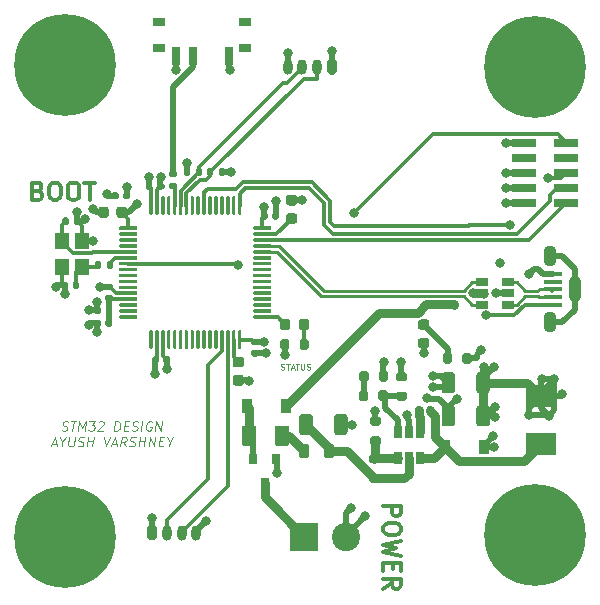
<source format=gbr>
%TF.GenerationSoftware,KiCad,Pcbnew,(5.1.10-1-10_14)*%
%TF.CreationDate,2022-04-25T19:01:15+02:00*%
%TF.ProjectId,STM32_USB_BuckConvertor,53544d33-325f-4555-9342-5f4275636b43,rev?*%
%TF.SameCoordinates,Original*%
%TF.FileFunction,Copper,L1,Top*%
%TF.FilePolarity,Positive*%
%FSLAX46Y46*%
G04 Gerber Fmt 4.6, Leading zero omitted, Abs format (unit mm)*
G04 Created by KiCad (PCBNEW (5.1.10-1-10_14)) date 2022-04-25 19:01:15*
%MOMM*%
%LPD*%
G01*
G04 APERTURE LIST*
%TA.AperFunction,NonConductor*%
%ADD10C,0.125000*%
%TD*%
%TA.AperFunction,NonConductor*%
%ADD11C,0.300000*%
%TD*%
%TA.AperFunction,SMDPad,CuDef*%
%ADD12R,1.060000X0.650000*%
%TD*%
%TA.AperFunction,SMDPad,CuDef*%
%ADD13R,0.900000X1.200000*%
%TD*%
%TA.AperFunction,ComponentPad*%
%ADD14C,0.900000*%
%TD*%
%TA.AperFunction,ComponentPad*%
%ADD15C,8.600000*%
%TD*%
%TA.AperFunction,SMDPad,CuDef*%
%ADD16R,0.650000X1.060000*%
%TD*%
%TA.AperFunction,ComponentPad*%
%ADD17C,2.400000*%
%TD*%
%TA.AperFunction,ComponentPad*%
%ADD18R,2.400000X2.400000*%
%TD*%
%TA.AperFunction,ComponentPad*%
%ADD19O,0.800000X1.300000*%
%TD*%
%TA.AperFunction,SMDPad,CuDef*%
%ADD20R,2.100000X0.750000*%
%TD*%
%TA.AperFunction,ComponentPad*%
%ADD21O,1.100000X2.200000*%
%TD*%
%TA.AperFunction,ComponentPad*%
%ADD22O,1.100000X1.800000*%
%TD*%
%TA.AperFunction,SMDPad,CuDef*%
%ADD23R,1.500000X0.450000*%
%TD*%
%TA.AperFunction,SMDPad,CuDef*%
%ADD24R,2.500000X1.900000*%
%TD*%
%TA.AperFunction,SMDPad,CuDef*%
%ADD25R,0.800000X0.900000*%
%TD*%
%TA.AperFunction,SMDPad,CuDef*%
%ADD26R,1.000000X0.800000*%
%TD*%
%TA.AperFunction,SMDPad,CuDef*%
%ADD27R,0.700000X1.500000*%
%TD*%
%TA.AperFunction,SMDPad,CuDef*%
%ADD28R,1.200000X1.400000*%
%TD*%
%TA.AperFunction,ViaPad*%
%ADD29C,0.800000*%
%TD*%
%TA.AperFunction,Conductor*%
%ADD30C,0.750000*%
%TD*%
%TA.AperFunction,Conductor*%
%ADD31C,0.300000*%
%TD*%
%TA.AperFunction,Conductor*%
%ADD32C,0.500000*%
%TD*%
%TA.AperFunction,Conductor*%
%ADD33C,0.261112*%
%TD*%
G04 APERTURE END LIST*
D10*
X34714843Y-55961309D02*
X34824367Y-55999404D01*
X35014843Y-55999404D01*
X35095796Y-55961309D01*
X35138653Y-55923214D01*
X35186272Y-55847023D01*
X35195796Y-55770833D01*
X35167224Y-55694642D01*
X35133891Y-55656547D01*
X35062462Y-55618452D01*
X34914843Y-55580357D01*
X34843415Y-55542261D01*
X34810081Y-55504166D01*
X34781510Y-55427976D01*
X34791034Y-55351785D01*
X34838653Y-55275595D01*
X34881510Y-55237500D01*
X34962462Y-55199404D01*
X35152938Y-55199404D01*
X35262462Y-55237500D01*
X35495796Y-55199404D02*
X35952938Y-55199404D01*
X35624367Y-55999404D02*
X35724367Y-55199404D01*
X36119605Y-55999404D02*
X36219605Y-55199404D01*
X36414843Y-55770833D01*
X36752938Y-55199404D01*
X36652938Y-55999404D01*
X37057700Y-55199404D02*
X37552938Y-55199404D01*
X37248177Y-55504166D01*
X37362462Y-55504166D01*
X37433891Y-55542261D01*
X37467224Y-55580357D01*
X37495796Y-55656547D01*
X37471986Y-55847023D01*
X37424367Y-55923214D01*
X37381510Y-55961309D01*
X37300558Y-55999404D01*
X37071986Y-55999404D01*
X37000558Y-55961309D01*
X36967224Y-55923214D01*
X37848177Y-55275595D02*
X37891034Y-55237500D01*
X37971986Y-55199404D01*
X38162462Y-55199404D01*
X38233891Y-55237500D01*
X38267224Y-55275595D01*
X38295796Y-55351785D01*
X38286272Y-55427976D01*
X38233891Y-55542261D01*
X37719605Y-55999404D01*
X38214843Y-55999404D01*
X39167224Y-55999404D02*
X39267224Y-55199404D01*
X39457700Y-55199404D01*
X39567224Y-55237500D01*
X39633891Y-55313690D01*
X39662462Y-55389880D01*
X39681510Y-55542261D01*
X39667224Y-55656547D01*
X39610081Y-55808928D01*
X39562462Y-55885119D01*
X39476748Y-55961309D01*
X39357700Y-55999404D01*
X39167224Y-55999404D01*
X40019605Y-55580357D02*
X40286272Y-55580357D01*
X40348177Y-55999404D02*
X39967224Y-55999404D01*
X40067224Y-55199404D01*
X40448177Y-55199404D01*
X40657700Y-55961309D02*
X40767224Y-55999404D01*
X40957700Y-55999404D01*
X41038653Y-55961309D01*
X41081510Y-55923214D01*
X41129129Y-55847023D01*
X41138653Y-55770833D01*
X41110081Y-55694642D01*
X41076748Y-55656547D01*
X41005319Y-55618452D01*
X40857700Y-55580357D01*
X40786272Y-55542261D01*
X40752938Y-55504166D01*
X40724367Y-55427976D01*
X40733891Y-55351785D01*
X40781510Y-55275595D01*
X40824367Y-55237500D01*
X40905319Y-55199404D01*
X41095796Y-55199404D01*
X41205319Y-55237500D01*
X41452938Y-55999404D02*
X41552938Y-55199404D01*
X42348177Y-55237500D02*
X42276748Y-55199404D01*
X42162462Y-55199404D01*
X42043415Y-55237500D01*
X41957700Y-55313690D01*
X41910081Y-55389880D01*
X41852938Y-55542261D01*
X41838653Y-55656547D01*
X41857700Y-55808928D01*
X41886272Y-55885119D01*
X41952938Y-55961309D01*
X42062462Y-55999404D01*
X42138653Y-55999404D01*
X42257700Y-55961309D01*
X42300558Y-55923214D01*
X42333891Y-55656547D01*
X42181510Y-55656547D01*
X42633891Y-55999404D02*
X42733891Y-55199404D01*
X43091034Y-55999404D01*
X43191034Y-55199404D01*
X33881510Y-57095833D02*
X34262462Y-57095833D01*
X33776748Y-57324404D02*
X34143415Y-56524404D01*
X34310081Y-57324404D01*
X34776748Y-56943452D02*
X34729129Y-57324404D01*
X34562462Y-56524404D02*
X34776748Y-56943452D01*
X35095796Y-56524404D01*
X35362462Y-56524404D02*
X35281510Y-57172023D01*
X35310081Y-57248214D01*
X35343415Y-57286309D01*
X35414843Y-57324404D01*
X35567224Y-57324404D01*
X35648177Y-57286309D01*
X35691034Y-57248214D01*
X35738653Y-57172023D01*
X35819605Y-56524404D01*
X36067224Y-57286309D02*
X36176748Y-57324404D01*
X36367224Y-57324404D01*
X36448177Y-57286309D01*
X36491034Y-57248214D01*
X36538653Y-57172023D01*
X36548177Y-57095833D01*
X36519605Y-57019642D01*
X36486272Y-56981547D01*
X36414843Y-56943452D01*
X36267224Y-56905357D01*
X36195796Y-56867261D01*
X36162462Y-56829166D01*
X36133891Y-56752976D01*
X36143415Y-56676785D01*
X36191034Y-56600595D01*
X36233891Y-56562500D01*
X36314843Y-56524404D01*
X36505319Y-56524404D01*
X36614843Y-56562500D01*
X36862462Y-57324404D02*
X36962462Y-56524404D01*
X36914843Y-56905357D02*
X37371986Y-56905357D01*
X37319605Y-57324404D02*
X37419605Y-56524404D01*
X38295796Y-56524404D02*
X38462462Y-57324404D01*
X38829129Y-56524404D01*
X38986272Y-57095833D02*
X39367224Y-57095833D01*
X38881510Y-57324404D02*
X39248177Y-56524404D01*
X39414843Y-57324404D01*
X40138653Y-57324404D02*
X39919605Y-56943452D01*
X39681510Y-57324404D02*
X39781510Y-56524404D01*
X40086272Y-56524404D01*
X40157700Y-56562500D01*
X40191034Y-56600595D01*
X40219605Y-56676785D01*
X40205319Y-56791071D01*
X40157700Y-56867261D01*
X40114843Y-56905357D01*
X40033891Y-56943452D01*
X39729129Y-56943452D01*
X40448177Y-57286309D02*
X40557700Y-57324404D01*
X40748177Y-57324404D01*
X40829129Y-57286309D01*
X40871986Y-57248214D01*
X40919605Y-57172023D01*
X40929129Y-57095833D01*
X40900558Y-57019642D01*
X40867224Y-56981547D01*
X40795796Y-56943452D01*
X40648177Y-56905357D01*
X40576748Y-56867261D01*
X40543415Y-56829166D01*
X40514843Y-56752976D01*
X40524367Y-56676785D01*
X40571986Y-56600595D01*
X40614843Y-56562500D01*
X40695796Y-56524404D01*
X40886272Y-56524404D01*
X40995796Y-56562500D01*
X41243415Y-57324404D02*
X41343415Y-56524404D01*
X41295796Y-56905357D02*
X41752938Y-56905357D01*
X41700558Y-57324404D02*
X41800558Y-56524404D01*
X42081510Y-57324404D02*
X42181510Y-56524404D01*
X42538653Y-57324404D01*
X42638653Y-56524404D01*
X42971986Y-56905357D02*
X43238653Y-56905357D01*
X43300558Y-57324404D02*
X42919605Y-57324404D01*
X43019605Y-56524404D01*
X43400558Y-56524404D01*
X43843415Y-56943452D02*
X43795796Y-57324404D01*
X43629129Y-56524404D02*
X43843415Y-56943452D01*
X44162462Y-56524404D01*
X53286904Y-50802380D02*
X53358333Y-50826190D01*
X53477380Y-50826190D01*
X53525000Y-50802380D01*
X53548809Y-50778571D01*
X53572619Y-50730952D01*
X53572619Y-50683333D01*
X53548809Y-50635714D01*
X53525000Y-50611904D01*
X53477380Y-50588095D01*
X53382142Y-50564285D01*
X53334523Y-50540476D01*
X53310714Y-50516666D01*
X53286904Y-50469047D01*
X53286904Y-50421428D01*
X53310714Y-50373809D01*
X53334523Y-50350000D01*
X53382142Y-50326190D01*
X53501190Y-50326190D01*
X53572619Y-50350000D01*
X53715476Y-50326190D02*
X54001190Y-50326190D01*
X53858333Y-50826190D02*
X53858333Y-50326190D01*
X54144047Y-50683333D02*
X54382142Y-50683333D01*
X54096428Y-50826190D02*
X54263095Y-50326190D01*
X54429761Y-50826190D01*
X54525000Y-50326190D02*
X54810714Y-50326190D01*
X54667857Y-50826190D02*
X54667857Y-50326190D01*
X54977380Y-50326190D02*
X54977380Y-50730952D01*
X55001190Y-50778571D01*
X55025000Y-50802380D01*
X55072619Y-50826190D01*
X55167857Y-50826190D01*
X55215476Y-50802380D01*
X55239285Y-50778571D01*
X55263095Y-50730952D01*
X55263095Y-50326190D01*
X55477380Y-50802380D02*
X55548809Y-50826190D01*
X55667857Y-50826190D01*
X55715476Y-50802380D01*
X55739285Y-50778571D01*
X55763095Y-50730952D01*
X55763095Y-50683333D01*
X55739285Y-50635714D01*
X55715476Y-50611904D01*
X55667857Y-50588095D01*
X55572619Y-50564285D01*
X55525000Y-50540476D01*
X55501190Y-50516666D01*
X55477380Y-50469047D01*
X55477380Y-50421428D01*
X55501190Y-50373809D01*
X55525000Y-50350000D01*
X55572619Y-50326190D01*
X55691666Y-50326190D01*
X55763095Y-50350000D01*
D11*
X61946428Y-62377142D02*
X63446428Y-62377142D01*
X63446428Y-62948571D01*
X63375000Y-63091428D01*
X63303571Y-63162857D01*
X63160714Y-63234285D01*
X62946428Y-63234285D01*
X62803571Y-63162857D01*
X62732142Y-63091428D01*
X62660714Y-62948571D01*
X62660714Y-62377142D01*
X63446428Y-64162857D02*
X63446428Y-64448571D01*
X63375000Y-64591428D01*
X63232142Y-64734285D01*
X62946428Y-64805714D01*
X62446428Y-64805714D01*
X62160714Y-64734285D01*
X62017857Y-64591428D01*
X61946428Y-64448571D01*
X61946428Y-64162857D01*
X62017857Y-64020000D01*
X62160714Y-63877142D01*
X62446428Y-63805714D01*
X62946428Y-63805714D01*
X63232142Y-63877142D01*
X63375000Y-64020000D01*
X63446428Y-64162857D01*
X63446428Y-65305714D02*
X61946428Y-65662857D01*
X63017857Y-65948571D01*
X61946428Y-66234285D01*
X63446428Y-66591428D01*
X62732142Y-67162857D02*
X62732142Y-67662857D01*
X61946428Y-67877142D02*
X61946428Y-67162857D01*
X63446428Y-67162857D01*
X63446428Y-67877142D01*
X61946428Y-69377142D02*
X62660714Y-68877142D01*
X61946428Y-68520000D02*
X63446428Y-68520000D01*
X63446428Y-69091428D01*
X63375000Y-69234285D01*
X63303571Y-69305714D01*
X63160714Y-69377142D01*
X62946428Y-69377142D01*
X62803571Y-69305714D01*
X62732142Y-69234285D01*
X62660714Y-69091428D01*
X62660714Y-68520000D01*
X32714285Y-35692857D02*
X32928571Y-35764285D01*
X33000000Y-35835714D01*
X33071428Y-35978571D01*
X33071428Y-36192857D01*
X33000000Y-36335714D01*
X32928571Y-36407142D01*
X32785714Y-36478571D01*
X32214285Y-36478571D01*
X32214285Y-34978571D01*
X32714285Y-34978571D01*
X32857142Y-35050000D01*
X32928571Y-35121428D01*
X33000000Y-35264285D01*
X33000000Y-35407142D01*
X32928571Y-35550000D01*
X32857142Y-35621428D01*
X32714285Y-35692857D01*
X32214285Y-35692857D01*
X34000000Y-34978571D02*
X34285714Y-34978571D01*
X34428571Y-35050000D01*
X34571428Y-35192857D01*
X34642857Y-35478571D01*
X34642857Y-35978571D01*
X34571428Y-36264285D01*
X34428571Y-36407142D01*
X34285714Y-36478571D01*
X34000000Y-36478571D01*
X33857142Y-36407142D01*
X33714285Y-36264285D01*
X33642857Y-35978571D01*
X33642857Y-35478571D01*
X33714285Y-35192857D01*
X33857142Y-35050000D01*
X34000000Y-34978571D01*
X35571428Y-34978571D02*
X35857142Y-34978571D01*
X36000000Y-35050000D01*
X36142857Y-35192857D01*
X36214285Y-35478571D01*
X36214285Y-35978571D01*
X36142857Y-36264285D01*
X36000000Y-36407142D01*
X35857142Y-36478571D01*
X35571428Y-36478571D01*
X35428571Y-36407142D01*
X35285714Y-36264285D01*
X35214285Y-35978571D01*
X35214285Y-35478571D01*
X35285714Y-35192857D01*
X35428571Y-35050000D01*
X35571428Y-34978571D01*
X36642857Y-34978571D02*
X37500000Y-34978571D01*
X37071428Y-36478571D02*
X37071428Y-34978571D01*
D12*
%TO.P,U1,5*%
%TO.N,+5V*%
X70260000Y-44360000D03*
%TO.P,U1,6*%
%TO.N,USB_D_-*%
X70260000Y-45310000D03*
%TO.P,U1,4*%
%TO.N,USB_D_+*%
X70260000Y-43410000D03*
%TO.P,U1,3*%
%TO.N,USB_CONN_D_+*%
X72460000Y-43410000D03*
%TO.P,U1,2*%
%TO.N,GND*%
X72460000Y-44360000D03*
%TO.P,U1,1*%
%TO.N,USB_CONN_D_-*%
X72460000Y-45310000D03*
%TD*%
%TO.P,U2,64*%
%TO.N,+3V3*%
%TA.AperFunction,SMDPad,CuDef*%
G36*
G01*
X42125000Y-37625000D02*
X42125000Y-36225000D01*
G75*
G02*
X42200000Y-36150000I75000J0D01*
G01*
X42350000Y-36150000D01*
G75*
G02*
X42425000Y-36225000I0J-75000D01*
G01*
X42425000Y-37625000D01*
G75*
G02*
X42350000Y-37700000I-75000J0D01*
G01*
X42200000Y-37700000D01*
G75*
G02*
X42125000Y-37625000I0J75000D01*
G01*
G37*
%TD.AperFunction*%
%TO.P,U2,63*%
%TO.N,GND*%
%TA.AperFunction,SMDPad,CuDef*%
G36*
G01*
X42625000Y-37625000D02*
X42625000Y-36225000D01*
G75*
G02*
X42700000Y-36150000I75000J0D01*
G01*
X42850000Y-36150000D01*
G75*
G02*
X42925000Y-36225000I0J-75000D01*
G01*
X42925000Y-37625000D01*
G75*
G02*
X42850000Y-37700000I-75000J0D01*
G01*
X42700000Y-37700000D01*
G75*
G02*
X42625000Y-37625000I0J75000D01*
G01*
G37*
%TD.AperFunction*%
%TO.P,U2,62*%
%TO.N,Net-(U2-Pad62)*%
%TA.AperFunction,SMDPad,CuDef*%
G36*
G01*
X43125000Y-37625000D02*
X43125000Y-36225000D01*
G75*
G02*
X43200000Y-36150000I75000J0D01*
G01*
X43350000Y-36150000D01*
G75*
G02*
X43425000Y-36225000I0J-75000D01*
G01*
X43425000Y-37625000D01*
G75*
G02*
X43350000Y-37700000I-75000J0D01*
G01*
X43200000Y-37700000D01*
G75*
G02*
X43125000Y-37625000I0J75000D01*
G01*
G37*
%TD.AperFunction*%
%TO.P,U2,61*%
%TO.N,Net-(U2-Pad61)*%
%TA.AperFunction,SMDPad,CuDef*%
G36*
G01*
X43625000Y-37625000D02*
X43625000Y-36225000D01*
G75*
G02*
X43700000Y-36150000I75000J0D01*
G01*
X43850000Y-36150000D01*
G75*
G02*
X43925000Y-36225000I0J-75000D01*
G01*
X43925000Y-37625000D01*
G75*
G02*
X43850000Y-37700000I-75000J0D01*
G01*
X43700000Y-37700000D01*
G75*
G02*
X43625000Y-37625000I0J75000D01*
G01*
G37*
%TD.AperFunction*%
%TO.P,U2,60*%
%TO.N,BOOT0*%
%TA.AperFunction,SMDPad,CuDef*%
G36*
G01*
X44125000Y-37625000D02*
X44125000Y-36225000D01*
G75*
G02*
X44200000Y-36150000I75000J0D01*
G01*
X44350000Y-36150000D01*
G75*
G02*
X44425000Y-36225000I0J-75000D01*
G01*
X44425000Y-37625000D01*
G75*
G02*
X44350000Y-37700000I-75000J0D01*
G01*
X44200000Y-37700000D01*
G75*
G02*
X44125000Y-37625000I0J75000D01*
G01*
G37*
%TD.AperFunction*%
%TO.P,U2,59*%
%TO.N,I2C_SDA*%
%TA.AperFunction,SMDPad,CuDef*%
G36*
G01*
X44625000Y-37625000D02*
X44625000Y-36225000D01*
G75*
G02*
X44700000Y-36150000I75000J0D01*
G01*
X44850000Y-36150000D01*
G75*
G02*
X44925000Y-36225000I0J-75000D01*
G01*
X44925000Y-37625000D01*
G75*
G02*
X44850000Y-37700000I-75000J0D01*
G01*
X44700000Y-37700000D01*
G75*
G02*
X44625000Y-37625000I0J75000D01*
G01*
G37*
%TD.AperFunction*%
%TO.P,U2,58*%
%TO.N,I2C_SCL*%
%TA.AperFunction,SMDPad,CuDef*%
G36*
G01*
X45125000Y-37625000D02*
X45125000Y-36225000D01*
G75*
G02*
X45200000Y-36150000I75000J0D01*
G01*
X45350000Y-36150000D01*
G75*
G02*
X45425000Y-36225000I0J-75000D01*
G01*
X45425000Y-37625000D01*
G75*
G02*
X45350000Y-37700000I-75000J0D01*
G01*
X45200000Y-37700000D01*
G75*
G02*
X45125000Y-37625000I0J75000D01*
G01*
G37*
%TD.AperFunction*%
%TO.P,U2,57*%
%TO.N,Net-(U2-Pad57)*%
%TA.AperFunction,SMDPad,CuDef*%
G36*
G01*
X45625000Y-37625000D02*
X45625000Y-36225000D01*
G75*
G02*
X45700000Y-36150000I75000J0D01*
G01*
X45850000Y-36150000D01*
G75*
G02*
X45925000Y-36225000I0J-75000D01*
G01*
X45925000Y-37625000D01*
G75*
G02*
X45850000Y-37700000I-75000J0D01*
G01*
X45700000Y-37700000D01*
G75*
G02*
X45625000Y-37625000I0J75000D01*
G01*
G37*
%TD.AperFunction*%
%TO.P,U2,56*%
%TO.N,Net-(U2-Pad56)*%
%TA.AperFunction,SMDPad,CuDef*%
G36*
G01*
X46125000Y-37625000D02*
X46125000Y-36225000D01*
G75*
G02*
X46200000Y-36150000I75000J0D01*
G01*
X46350000Y-36150000D01*
G75*
G02*
X46425000Y-36225000I0J-75000D01*
G01*
X46425000Y-37625000D01*
G75*
G02*
X46350000Y-37700000I-75000J0D01*
G01*
X46200000Y-37700000D01*
G75*
G02*
X46125000Y-37625000I0J75000D01*
G01*
G37*
%TD.AperFunction*%
%TO.P,U2,55*%
%TO.N,SWO*%
%TA.AperFunction,SMDPad,CuDef*%
G36*
G01*
X46625000Y-37625000D02*
X46625000Y-36225000D01*
G75*
G02*
X46700000Y-36150000I75000J0D01*
G01*
X46850000Y-36150000D01*
G75*
G02*
X46925000Y-36225000I0J-75000D01*
G01*
X46925000Y-37625000D01*
G75*
G02*
X46850000Y-37700000I-75000J0D01*
G01*
X46700000Y-37700000D01*
G75*
G02*
X46625000Y-37625000I0J75000D01*
G01*
G37*
%TD.AperFunction*%
%TO.P,U2,54*%
%TO.N,Net-(U2-Pad54)*%
%TA.AperFunction,SMDPad,CuDef*%
G36*
G01*
X47125000Y-37625000D02*
X47125000Y-36225000D01*
G75*
G02*
X47200000Y-36150000I75000J0D01*
G01*
X47350000Y-36150000D01*
G75*
G02*
X47425000Y-36225000I0J-75000D01*
G01*
X47425000Y-37625000D01*
G75*
G02*
X47350000Y-37700000I-75000J0D01*
G01*
X47200000Y-37700000D01*
G75*
G02*
X47125000Y-37625000I0J75000D01*
G01*
G37*
%TD.AperFunction*%
%TO.P,U2,53*%
%TO.N,Net-(U2-Pad53)*%
%TA.AperFunction,SMDPad,CuDef*%
G36*
G01*
X47625000Y-37625000D02*
X47625000Y-36225000D01*
G75*
G02*
X47700000Y-36150000I75000J0D01*
G01*
X47850000Y-36150000D01*
G75*
G02*
X47925000Y-36225000I0J-75000D01*
G01*
X47925000Y-37625000D01*
G75*
G02*
X47850000Y-37700000I-75000J0D01*
G01*
X47700000Y-37700000D01*
G75*
G02*
X47625000Y-37625000I0J75000D01*
G01*
G37*
%TD.AperFunction*%
%TO.P,U2,52*%
%TO.N,Net-(U2-Pad52)*%
%TA.AperFunction,SMDPad,CuDef*%
G36*
G01*
X48125000Y-37625000D02*
X48125000Y-36225000D01*
G75*
G02*
X48200000Y-36150000I75000J0D01*
G01*
X48350000Y-36150000D01*
G75*
G02*
X48425000Y-36225000I0J-75000D01*
G01*
X48425000Y-37625000D01*
G75*
G02*
X48350000Y-37700000I-75000J0D01*
G01*
X48200000Y-37700000D01*
G75*
G02*
X48125000Y-37625000I0J75000D01*
G01*
G37*
%TD.AperFunction*%
%TO.P,U2,51*%
%TO.N,Net-(U2-Pad51)*%
%TA.AperFunction,SMDPad,CuDef*%
G36*
G01*
X48625000Y-37625000D02*
X48625000Y-36225000D01*
G75*
G02*
X48700000Y-36150000I75000J0D01*
G01*
X48850000Y-36150000D01*
G75*
G02*
X48925000Y-36225000I0J-75000D01*
G01*
X48925000Y-37625000D01*
G75*
G02*
X48850000Y-37700000I-75000J0D01*
G01*
X48700000Y-37700000D01*
G75*
G02*
X48625000Y-37625000I0J75000D01*
G01*
G37*
%TD.AperFunction*%
%TO.P,U2,50*%
%TO.N,Net-(U2-Pad50)*%
%TA.AperFunction,SMDPad,CuDef*%
G36*
G01*
X49125000Y-37625000D02*
X49125000Y-36225000D01*
G75*
G02*
X49200000Y-36150000I75000J0D01*
G01*
X49350000Y-36150000D01*
G75*
G02*
X49425000Y-36225000I0J-75000D01*
G01*
X49425000Y-37625000D01*
G75*
G02*
X49350000Y-37700000I-75000J0D01*
G01*
X49200000Y-37700000D01*
G75*
G02*
X49125000Y-37625000I0J75000D01*
G01*
G37*
%TD.AperFunction*%
%TO.P,U2,49*%
%TO.N,SWDCLK*%
%TA.AperFunction,SMDPad,CuDef*%
G36*
G01*
X49625000Y-37625000D02*
X49625000Y-36225000D01*
G75*
G02*
X49700000Y-36150000I75000J0D01*
G01*
X49850000Y-36150000D01*
G75*
G02*
X49925000Y-36225000I0J-75000D01*
G01*
X49925000Y-37625000D01*
G75*
G02*
X49850000Y-37700000I-75000J0D01*
G01*
X49700000Y-37700000D01*
G75*
G02*
X49625000Y-37625000I0J75000D01*
G01*
G37*
%TD.AperFunction*%
%TO.P,U2,48*%
%TO.N,+3V3*%
%TA.AperFunction,SMDPad,CuDef*%
G36*
G01*
X50925000Y-38925000D02*
X50925000Y-38775000D01*
G75*
G02*
X51000000Y-38700000I75000J0D01*
G01*
X52400000Y-38700000D01*
G75*
G02*
X52475000Y-38775000I0J-75000D01*
G01*
X52475000Y-38925000D01*
G75*
G02*
X52400000Y-39000000I-75000J0D01*
G01*
X51000000Y-39000000D01*
G75*
G02*
X50925000Y-38925000I0J75000D01*
G01*
G37*
%TD.AperFunction*%
%TO.P,U2,47*%
%TO.N,Net-(C14-Pad1)*%
%TA.AperFunction,SMDPad,CuDef*%
G36*
G01*
X50925000Y-39425000D02*
X50925000Y-39275000D01*
G75*
G02*
X51000000Y-39200000I75000J0D01*
G01*
X52400000Y-39200000D01*
G75*
G02*
X52475000Y-39275000I0J-75000D01*
G01*
X52475000Y-39425000D01*
G75*
G02*
X52400000Y-39500000I-75000J0D01*
G01*
X51000000Y-39500000D01*
G75*
G02*
X50925000Y-39425000I0J75000D01*
G01*
G37*
%TD.AperFunction*%
%TO.P,U2,46*%
%TO.N,SWDIO*%
%TA.AperFunction,SMDPad,CuDef*%
G36*
G01*
X50925000Y-39925000D02*
X50925000Y-39775000D01*
G75*
G02*
X51000000Y-39700000I75000J0D01*
G01*
X52400000Y-39700000D01*
G75*
G02*
X52475000Y-39775000I0J-75000D01*
G01*
X52475000Y-39925000D01*
G75*
G02*
X52400000Y-40000000I-75000J0D01*
G01*
X51000000Y-40000000D01*
G75*
G02*
X50925000Y-39925000I0J75000D01*
G01*
G37*
%TD.AperFunction*%
%TO.P,U2,45*%
%TO.N,USB_D_+*%
%TA.AperFunction,SMDPad,CuDef*%
G36*
G01*
X50925000Y-40425000D02*
X50925000Y-40275000D01*
G75*
G02*
X51000000Y-40200000I75000J0D01*
G01*
X52400000Y-40200000D01*
G75*
G02*
X52475000Y-40275000I0J-75000D01*
G01*
X52475000Y-40425000D01*
G75*
G02*
X52400000Y-40500000I-75000J0D01*
G01*
X51000000Y-40500000D01*
G75*
G02*
X50925000Y-40425000I0J75000D01*
G01*
G37*
%TD.AperFunction*%
%TO.P,U2,44*%
%TO.N,USB_D_-*%
%TA.AperFunction,SMDPad,CuDef*%
G36*
G01*
X50925000Y-40925000D02*
X50925000Y-40775000D01*
G75*
G02*
X51000000Y-40700000I75000J0D01*
G01*
X52400000Y-40700000D01*
G75*
G02*
X52475000Y-40775000I0J-75000D01*
G01*
X52475000Y-40925000D01*
G75*
G02*
X52400000Y-41000000I-75000J0D01*
G01*
X51000000Y-41000000D01*
G75*
G02*
X50925000Y-40925000I0J75000D01*
G01*
G37*
%TD.AperFunction*%
%TO.P,U2,43*%
%TO.N,Net-(U2-Pad43)*%
%TA.AperFunction,SMDPad,CuDef*%
G36*
G01*
X50925000Y-41425000D02*
X50925000Y-41275000D01*
G75*
G02*
X51000000Y-41200000I75000J0D01*
G01*
X52400000Y-41200000D01*
G75*
G02*
X52475000Y-41275000I0J-75000D01*
G01*
X52475000Y-41425000D01*
G75*
G02*
X52400000Y-41500000I-75000J0D01*
G01*
X51000000Y-41500000D01*
G75*
G02*
X50925000Y-41425000I0J75000D01*
G01*
G37*
%TD.AperFunction*%
%TO.P,U2,42*%
%TO.N,Net-(U2-Pad42)*%
%TA.AperFunction,SMDPad,CuDef*%
G36*
G01*
X50925000Y-41925000D02*
X50925000Y-41775000D01*
G75*
G02*
X51000000Y-41700000I75000J0D01*
G01*
X52400000Y-41700000D01*
G75*
G02*
X52475000Y-41775000I0J-75000D01*
G01*
X52475000Y-41925000D01*
G75*
G02*
X52400000Y-42000000I-75000J0D01*
G01*
X51000000Y-42000000D01*
G75*
G02*
X50925000Y-41925000I0J75000D01*
G01*
G37*
%TD.AperFunction*%
%TO.P,U2,41*%
%TO.N,Net-(U2-Pad41)*%
%TA.AperFunction,SMDPad,CuDef*%
G36*
G01*
X50925000Y-42425000D02*
X50925000Y-42275000D01*
G75*
G02*
X51000000Y-42200000I75000J0D01*
G01*
X52400000Y-42200000D01*
G75*
G02*
X52475000Y-42275000I0J-75000D01*
G01*
X52475000Y-42425000D01*
G75*
G02*
X52400000Y-42500000I-75000J0D01*
G01*
X51000000Y-42500000D01*
G75*
G02*
X50925000Y-42425000I0J75000D01*
G01*
G37*
%TD.AperFunction*%
%TO.P,U2,40*%
%TO.N,Net-(U2-Pad40)*%
%TA.AperFunction,SMDPad,CuDef*%
G36*
G01*
X50925000Y-42925000D02*
X50925000Y-42775000D01*
G75*
G02*
X51000000Y-42700000I75000J0D01*
G01*
X52400000Y-42700000D01*
G75*
G02*
X52475000Y-42775000I0J-75000D01*
G01*
X52475000Y-42925000D01*
G75*
G02*
X52400000Y-43000000I-75000J0D01*
G01*
X51000000Y-43000000D01*
G75*
G02*
X50925000Y-42925000I0J75000D01*
G01*
G37*
%TD.AperFunction*%
%TO.P,U2,39*%
%TO.N,Net-(U2-Pad39)*%
%TA.AperFunction,SMDPad,CuDef*%
G36*
G01*
X50925000Y-43425000D02*
X50925000Y-43275000D01*
G75*
G02*
X51000000Y-43200000I75000J0D01*
G01*
X52400000Y-43200000D01*
G75*
G02*
X52475000Y-43275000I0J-75000D01*
G01*
X52475000Y-43425000D01*
G75*
G02*
X52400000Y-43500000I-75000J0D01*
G01*
X51000000Y-43500000D01*
G75*
G02*
X50925000Y-43425000I0J75000D01*
G01*
G37*
%TD.AperFunction*%
%TO.P,U2,38*%
%TO.N,Net-(U2-Pad38)*%
%TA.AperFunction,SMDPad,CuDef*%
G36*
G01*
X50925000Y-43925000D02*
X50925000Y-43775000D01*
G75*
G02*
X51000000Y-43700000I75000J0D01*
G01*
X52400000Y-43700000D01*
G75*
G02*
X52475000Y-43775000I0J-75000D01*
G01*
X52475000Y-43925000D01*
G75*
G02*
X52400000Y-44000000I-75000J0D01*
G01*
X51000000Y-44000000D01*
G75*
G02*
X50925000Y-43925000I0J75000D01*
G01*
G37*
%TD.AperFunction*%
%TO.P,U2,37*%
%TO.N,Net-(U2-Pad37)*%
%TA.AperFunction,SMDPad,CuDef*%
G36*
G01*
X50925000Y-44425000D02*
X50925000Y-44275000D01*
G75*
G02*
X51000000Y-44200000I75000J0D01*
G01*
X52400000Y-44200000D01*
G75*
G02*
X52475000Y-44275000I0J-75000D01*
G01*
X52475000Y-44425000D01*
G75*
G02*
X52400000Y-44500000I-75000J0D01*
G01*
X51000000Y-44500000D01*
G75*
G02*
X50925000Y-44425000I0J75000D01*
G01*
G37*
%TD.AperFunction*%
%TO.P,U2,36*%
%TO.N,Net-(U2-Pad36)*%
%TA.AperFunction,SMDPad,CuDef*%
G36*
G01*
X50925000Y-44925000D02*
X50925000Y-44775000D01*
G75*
G02*
X51000000Y-44700000I75000J0D01*
G01*
X52400000Y-44700000D01*
G75*
G02*
X52475000Y-44775000I0J-75000D01*
G01*
X52475000Y-44925000D01*
G75*
G02*
X52400000Y-45000000I-75000J0D01*
G01*
X51000000Y-45000000D01*
G75*
G02*
X50925000Y-44925000I0J75000D01*
G01*
G37*
%TD.AperFunction*%
%TO.P,U2,35*%
%TO.N,Net-(U2-Pad35)*%
%TA.AperFunction,SMDPad,CuDef*%
G36*
G01*
X50925000Y-45425000D02*
X50925000Y-45275000D01*
G75*
G02*
X51000000Y-45200000I75000J0D01*
G01*
X52400000Y-45200000D01*
G75*
G02*
X52475000Y-45275000I0J-75000D01*
G01*
X52475000Y-45425000D01*
G75*
G02*
X52400000Y-45500000I-75000J0D01*
G01*
X51000000Y-45500000D01*
G75*
G02*
X50925000Y-45425000I0J75000D01*
G01*
G37*
%TD.AperFunction*%
%TO.P,U2,34*%
%TO.N,Net-(U2-Pad34)*%
%TA.AperFunction,SMDPad,CuDef*%
G36*
G01*
X50925000Y-45925000D02*
X50925000Y-45775000D01*
G75*
G02*
X51000000Y-45700000I75000J0D01*
G01*
X52400000Y-45700000D01*
G75*
G02*
X52475000Y-45775000I0J-75000D01*
G01*
X52475000Y-45925000D01*
G75*
G02*
X52400000Y-46000000I-75000J0D01*
G01*
X51000000Y-46000000D01*
G75*
G02*
X50925000Y-45925000I0J75000D01*
G01*
G37*
%TD.AperFunction*%
%TO.P,U2,33*%
%TO.N,LED_STATUS*%
%TA.AperFunction,SMDPad,CuDef*%
G36*
G01*
X50925000Y-46425000D02*
X50925000Y-46275000D01*
G75*
G02*
X51000000Y-46200000I75000J0D01*
G01*
X52400000Y-46200000D01*
G75*
G02*
X52475000Y-46275000I0J-75000D01*
G01*
X52475000Y-46425000D01*
G75*
G02*
X52400000Y-46500000I-75000J0D01*
G01*
X51000000Y-46500000D01*
G75*
G02*
X50925000Y-46425000I0J75000D01*
G01*
G37*
%TD.AperFunction*%
%TO.P,U2,32*%
%TO.N,+3V3*%
%TA.AperFunction,SMDPad,CuDef*%
G36*
G01*
X49625000Y-48975000D02*
X49625000Y-47575000D01*
G75*
G02*
X49700000Y-47500000I75000J0D01*
G01*
X49850000Y-47500000D01*
G75*
G02*
X49925000Y-47575000I0J-75000D01*
G01*
X49925000Y-48975000D01*
G75*
G02*
X49850000Y-49050000I-75000J0D01*
G01*
X49700000Y-49050000D01*
G75*
G02*
X49625000Y-48975000I0J75000D01*
G01*
G37*
%TD.AperFunction*%
%TO.P,U2,31*%
%TO.N,Net-(C13-Pad1)*%
%TA.AperFunction,SMDPad,CuDef*%
G36*
G01*
X49125000Y-48975000D02*
X49125000Y-47575000D01*
G75*
G02*
X49200000Y-47500000I75000J0D01*
G01*
X49350000Y-47500000D01*
G75*
G02*
X49425000Y-47575000I0J-75000D01*
G01*
X49425000Y-48975000D01*
G75*
G02*
X49350000Y-49050000I-75000J0D01*
G01*
X49200000Y-49050000D01*
G75*
G02*
X49125000Y-48975000I0J75000D01*
G01*
G37*
%TD.AperFunction*%
%TO.P,U2,30*%
%TO.N,USART3_RX*%
%TA.AperFunction,SMDPad,CuDef*%
G36*
G01*
X48625000Y-48975000D02*
X48625000Y-47575000D01*
G75*
G02*
X48700000Y-47500000I75000J0D01*
G01*
X48850000Y-47500000D01*
G75*
G02*
X48925000Y-47575000I0J-75000D01*
G01*
X48925000Y-48975000D01*
G75*
G02*
X48850000Y-49050000I-75000J0D01*
G01*
X48700000Y-49050000D01*
G75*
G02*
X48625000Y-48975000I0J75000D01*
G01*
G37*
%TD.AperFunction*%
%TO.P,U2,29*%
%TO.N,USART3_TX*%
%TA.AperFunction,SMDPad,CuDef*%
G36*
G01*
X48125000Y-48975000D02*
X48125000Y-47575000D01*
G75*
G02*
X48200000Y-47500000I75000J0D01*
G01*
X48350000Y-47500000D01*
G75*
G02*
X48425000Y-47575000I0J-75000D01*
G01*
X48425000Y-48975000D01*
G75*
G02*
X48350000Y-49050000I-75000J0D01*
G01*
X48200000Y-49050000D01*
G75*
G02*
X48125000Y-48975000I0J75000D01*
G01*
G37*
%TD.AperFunction*%
%TO.P,U2,28*%
%TO.N,Net-(U2-Pad28)*%
%TA.AperFunction,SMDPad,CuDef*%
G36*
G01*
X47625000Y-48975000D02*
X47625000Y-47575000D01*
G75*
G02*
X47700000Y-47500000I75000J0D01*
G01*
X47850000Y-47500000D01*
G75*
G02*
X47925000Y-47575000I0J-75000D01*
G01*
X47925000Y-48975000D01*
G75*
G02*
X47850000Y-49050000I-75000J0D01*
G01*
X47700000Y-49050000D01*
G75*
G02*
X47625000Y-48975000I0J75000D01*
G01*
G37*
%TD.AperFunction*%
%TO.P,U2,27*%
%TO.N,Net-(U2-Pad27)*%
%TA.AperFunction,SMDPad,CuDef*%
G36*
G01*
X47125000Y-48975000D02*
X47125000Y-47575000D01*
G75*
G02*
X47200000Y-47500000I75000J0D01*
G01*
X47350000Y-47500000D01*
G75*
G02*
X47425000Y-47575000I0J-75000D01*
G01*
X47425000Y-48975000D01*
G75*
G02*
X47350000Y-49050000I-75000J0D01*
G01*
X47200000Y-49050000D01*
G75*
G02*
X47125000Y-48975000I0J75000D01*
G01*
G37*
%TD.AperFunction*%
%TO.P,U2,26*%
%TO.N,Net-(U2-Pad26)*%
%TA.AperFunction,SMDPad,CuDef*%
G36*
G01*
X46625000Y-48975000D02*
X46625000Y-47575000D01*
G75*
G02*
X46700000Y-47500000I75000J0D01*
G01*
X46850000Y-47500000D01*
G75*
G02*
X46925000Y-47575000I0J-75000D01*
G01*
X46925000Y-48975000D01*
G75*
G02*
X46850000Y-49050000I-75000J0D01*
G01*
X46700000Y-49050000D01*
G75*
G02*
X46625000Y-48975000I0J75000D01*
G01*
G37*
%TD.AperFunction*%
%TO.P,U2,25*%
%TO.N,Net-(U2-Pad25)*%
%TA.AperFunction,SMDPad,CuDef*%
G36*
G01*
X46125000Y-48975000D02*
X46125000Y-47575000D01*
G75*
G02*
X46200000Y-47500000I75000J0D01*
G01*
X46350000Y-47500000D01*
G75*
G02*
X46425000Y-47575000I0J-75000D01*
G01*
X46425000Y-48975000D01*
G75*
G02*
X46350000Y-49050000I-75000J0D01*
G01*
X46200000Y-49050000D01*
G75*
G02*
X46125000Y-48975000I0J75000D01*
G01*
G37*
%TD.AperFunction*%
%TO.P,U2,24*%
%TO.N,Net-(U2-Pad24)*%
%TA.AperFunction,SMDPad,CuDef*%
G36*
G01*
X45625000Y-48975000D02*
X45625000Y-47575000D01*
G75*
G02*
X45700000Y-47500000I75000J0D01*
G01*
X45850000Y-47500000D01*
G75*
G02*
X45925000Y-47575000I0J-75000D01*
G01*
X45925000Y-48975000D01*
G75*
G02*
X45850000Y-49050000I-75000J0D01*
G01*
X45700000Y-49050000D01*
G75*
G02*
X45625000Y-48975000I0J75000D01*
G01*
G37*
%TD.AperFunction*%
%TO.P,U2,23*%
%TO.N,Net-(U2-Pad23)*%
%TA.AperFunction,SMDPad,CuDef*%
G36*
G01*
X45125000Y-48975000D02*
X45125000Y-47575000D01*
G75*
G02*
X45200000Y-47500000I75000J0D01*
G01*
X45350000Y-47500000D01*
G75*
G02*
X45425000Y-47575000I0J-75000D01*
G01*
X45425000Y-48975000D01*
G75*
G02*
X45350000Y-49050000I-75000J0D01*
G01*
X45200000Y-49050000D01*
G75*
G02*
X45125000Y-48975000I0J75000D01*
G01*
G37*
%TD.AperFunction*%
%TO.P,U2,22*%
%TO.N,Net-(U2-Pad22)*%
%TA.AperFunction,SMDPad,CuDef*%
G36*
G01*
X44625000Y-48975000D02*
X44625000Y-47575000D01*
G75*
G02*
X44700000Y-47500000I75000J0D01*
G01*
X44850000Y-47500000D01*
G75*
G02*
X44925000Y-47575000I0J-75000D01*
G01*
X44925000Y-48975000D01*
G75*
G02*
X44850000Y-49050000I-75000J0D01*
G01*
X44700000Y-49050000D01*
G75*
G02*
X44625000Y-48975000I0J75000D01*
G01*
G37*
%TD.AperFunction*%
%TO.P,U2,21*%
%TO.N,Net-(U2-Pad21)*%
%TA.AperFunction,SMDPad,CuDef*%
G36*
G01*
X44125000Y-48975000D02*
X44125000Y-47575000D01*
G75*
G02*
X44200000Y-47500000I75000J0D01*
G01*
X44350000Y-47500000D01*
G75*
G02*
X44425000Y-47575000I0J-75000D01*
G01*
X44425000Y-48975000D01*
G75*
G02*
X44350000Y-49050000I-75000J0D01*
G01*
X44200000Y-49050000D01*
G75*
G02*
X44125000Y-48975000I0J75000D01*
G01*
G37*
%TD.AperFunction*%
%TO.P,U2,20*%
%TO.N,Net-(U2-Pad20)*%
%TA.AperFunction,SMDPad,CuDef*%
G36*
G01*
X43625000Y-48975000D02*
X43625000Y-47575000D01*
G75*
G02*
X43700000Y-47500000I75000J0D01*
G01*
X43850000Y-47500000D01*
G75*
G02*
X43925000Y-47575000I0J-75000D01*
G01*
X43925000Y-48975000D01*
G75*
G02*
X43850000Y-49050000I-75000J0D01*
G01*
X43700000Y-49050000D01*
G75*
G02*
X43625000Y-48975000I0J75000D01*
G01*
G37*
%TD.AperFunction*%
%TO.P,U2,19*%
%TO.N,+3V3*%
%TA.AperFunction,SMDPad,CuDef*%
G36*
G01*
X43125000Y-48975000D02*
X43125000Y-47575000D01*
G75*
G02*
X43200000Y-47500000I75000J0D01*
G01*
X43350000Y-47500000D01*
G75*
G02*
X43425000Y-47575000I0J-75000D01*
G01*
X43425000Y-48975000D01*
G75*
G02*
X43350000Y-49050000I-75000J0D01*
G01*
X43200000Y-49050000D01*
G75*
G02*
X43125000Y-48975000I0J75000D01*
G01*
G37*
%TD.AperFunction*%
%TO.P,U2,18*%
%TO.N,GND*%
%TA.AperFunction,SMDPad,CuDef*%
G36*
G01*
X42625000Y-48975000D02*
X42625000Y-47575000D01*
G75*
G02*
X42700000Y-47500000I75000J0D01*
G01*
X42850000Y-47500000D01*
G75*
G02*
X42925000Y-47575000I0J-75000D01*
G01*
X42925000Y-48975000D01*
G75*
G02*
X42850000Y-49050000I-75000J0D01*
G01*
X42700000Y-49050000D01*
G75*
G02*
X42625000Y-48975000I0J75000D01*
G01*
G37*
%TD.AperFunction*%
%TO.P,U2,17*%
%TO.N,Net-(U2-Pad17)*%
%TA.AperFunction,SMDPad,CuDef*%
G36*
G01*
X42125000Y-48975000D02*
X42125000Y-47575000D01*
G75*
G02*
X42200000Y-47500000I75000J0D01*
G01*
X42350000Y-47500000D01*
G75*
G02*
X42425000Y-47575000I0J-75000D01*
G01*
X42425000Y-48975000D01*
G75*
G02*
X42350000Y-49050000I-75000J0D01*
G01*
X42200000Y-49050000D01*
G75*
G02*
X42125000Y-48975000I0J75000D01*
G01*
G37*
%TD.AperFunction*%
%TO.P,U2,16*%
%TO.N,Net-(U2-Pad16)*%
%TA.AperFunction,SMDPad,CuDef*%
G36*
G01*
X39575000Y-46425000D02*
X39575000Y-46275000D01*
G75*
G02*
X39650000Y-46200000I75000J0D01*
G01*
X41050000Y-46200000D01*
G75*
G02*
X41125000Y-46275000I0J-75000D01*
G01*
X41125000Y-46425000D01*
G75*
G02*
X41050000Y-46500000I-75000J0D01*
G01*
X39650000Y-46500000D01*
G75*
G02*
X39575000Y-46425000I0J75000D01*
G01*
G37*
%TD.AperFunction*%
%TO.P,U2,15*%
%TO.N,Net-(U2-Pad15)*%
%TA.AperFunction,SMDPad,CuDef*%
G36*
G01*
X39575000Y-45925000D02*
X39575000Y-45775000D01*
G75*
G02*
X39650000Y-45700000I75000J0D01*
G01*
X41050000Y-45700000D01*
G75*
G02*
X41125000Y-45775000I0J-75000D01*
G01*
X41125000Y-45925000D01*
G75*
G02*
X41050000Y-46000000I-75000J0D01*
G01*
X39650000Y-46000000D01*
G75*
G02*
X39575000Y-45925000I0J75000D01*
G01*
G37*
%TD.AperFunction*%
%TO.P,U2,14*%
%TO.N,Net-(U2-Pad14)*%
%TA.AperFunction,SMDPad,CuDef*%
G36*
G01*
X39575000Y-45425000D02*
X39575000Y-45275000D01*
G75*
G02*
X39650000Y-45200000I75000J0D01*
G01*
X41050000Y-45200000D01*
G75*
G02*
X41125000Y-45275000I0J-75000D01*
G01*
X41125000Y-45425000D01*
G75*
G02*
X41050000Y-45500000I-75000J0D01*
G01*
X39650000Y-45500000D01*
G75*
G02*
X39575000Y-45425000I0J75000D01*
G01*
G37*
%TD.AperFunction*%
%TO.P,U2,13*%
%TO.N,+3.3VA*%
%TA.AperFunction,SMDPad,CuDef*%
G36*
G01*
X39575000Y-44925000D02*
X39575000Y-44775000D01*
G75*
G02*
X39650000Y-44700000I75000J0D01*
G01*
X41050000Y-44700000D01*
G75*
G02*
X41125000Y-44775000I0J-75000D01*
G01*
X41125000Y-44925000D01*
G75*
G02*
X41050000Y-45000000I-75000J0D01*
G01*
X39650000Y-45000000D01*
G75*
G02*
X39575000Y-44925000I0J75000D01*
G01*
G37*
%TD.AperFunction*%
%TO.P,U2,12*%
%TO.N,GND*%
%TA.AperFunction,SMDPad,CuDef*%
G36*
G01*
X39575000Y-44425000D02*
X39575000Y-44275000D01*
G75*
G02*
X39650000Y-44200000I75000J0D01*
G01*
X41050000Y-44200000D01*
G75*
G02*
X41125000Y-44275000I0J-75000D01*
G01*
X41125000Y-44425000D01*
G75*
G02*
X41050000Y-44500000I-75000J0D01*
G01*
X39650000Y-44500000D01*
G75*
G02*
X39575000Y-44425000I0J75000D01*
G01*
G37*
%TD.AperFunction*%
%TO.P,U2,11*%
%TO.N,Net-(U2-Pad11)*%
%TA.AperFunction,SMDPad,CuDef*%
G36*
G01*
X39575000Y-43925000D02*
X39575000Y-43775000D01*
G75*
G02*
X39650000Y-43700000I75000J0D01*
G01*
X41050000Y-43700000D01*
G75*
G02*
X41125000Y-43775000I0J-75000D01*
G01*
X41125000Y-43925000D01*
G75*
G02*
X41050000Y-44000000I-75000J0D01*
G01*
X39650000Y-44000000D01*
G75*
G02*
X39575000Y-43925000I0J75000D01*
G01*
G37*
%TD.AperFunction*%
%TO.P,U2,10*%
%TO.N,Net-(U2-Pad10)*%
%TA.AperFunction,SMDPad,CuDef*%
G36*
G01*
X39575000Y-43425000D02*
X39575000Y-43275000D01*
G75*
G02*
X39650000Y-43200000I75000J0D01*
G01*
X41050000Y-43200000D01*
G75*
G02*
X41125000Y-43275000I0J-75000D01*
G01*
X41125000Y-43425000D01*
G75*
G02*
X41050000Y-43500000I-75000J0D01*
G01*
X39650000Y-43500000D01*
G75*
G02*
X39575000Y-43425000I0J75000D01*
G01*
G37*
%TD.AperFunction*%
%TO.P,U2,9*%
%TO.N,Net-(U2-Pad9)*%
%TA.AperFunction,SMDPad,CuDef*%
G36*
G01*
X39575000Y-42925000D02*
X39575000Y-42775000D01*
G75*
G02*
X39650000Y-42700000I75000J0D01*
G01*
X41050000Y-42700000D01*
G75*
G02*
X41125000Y-42775000I0J-75000D01*
G01*
X41125000Y-42925000D01*
G75*
G02*
X41050000Y-43000000I-75000J0D01*
G01*
X39650000Y-43000000D01*
G75*
G02*
X39575000Y-42925000I0J75000D01*
G01*
G37*
%TD.AperFunction*%
%TO.P,U2,8*%
%TO.N,Net-(U2-Pad8)*%
%TA.AperFunction,SMDPad,CuDef*%
G36*
G01*
X39575000Y-42425000D02*
X39575000Y-42275000D01*
G75*
G02*
X39650000Y-42200000I75000J0D01*
G01*
X41050000Y-42200000D01*
G75*
G02*
X41125000Y-42275000I0J-75000D01*
G01*
X41125000Y-42425000D01*
G75*
G02*
X41050000Y-42500000I-75000J0D01*
G01*
X39650000Y-42500000D01*
G75*
G02*
X39575000Y-42425000I0J75000D01*
G01*
G37*
%TD.AperFunction*%
%TO.P,U2,7*%
%TO.N,NRST*%
%TA.AperFunction,SMDPad,CuDef*%
G36*
G01*
X39575000Y-41925000D02*
X39575000Y-41775000D01*
G75*
G02*
X39650000Y-41700000I75000J0D01*
G01*
X41050000Y-41700000D01*
G75*
G02*
X41125000Y-41775000I0J-75000D01*
G01*
X41125000Y-41925000D01*
G75*
G02*
X41050000Y-42000000I-75000J0D01*
G01*
X39650000Y-42000000D01*
G75*
G02*
X39575000Y-41925000I0J75000D01*
G01*
G37*
%TD.AperFunction*%
%TO.P,U2,6*%
%TO.N,HSE_OUT*%
%TA.AperFunction,SMDPad,CuDef*%
G36*
G01*
X39575000Y-41425000D02*
X39575000Y-41275000D01*
G75*
G02*
X39650000Y-41200000I75000J0D01*
G01*
X41050000Y-41200000D01*
G75*
G02*
X41125000Y-41275000I0J-75000D01*
G01*
X41125000Y-41425000D01*
G75*
G02*
X41050000Y-41500000I-75000J0D01*
G01*
X39650000Y-41500000D01*
G75*
G02*
X39575000Y-41425000I0J75000D01*
G01*
G37*
%TD.AperFunction*%
%TO.P,U2,5*%
%TO.N,HSE_IN*%
%TA.AperFunction,SMDPad,CuDef*%
G36*
G01*
X39575000Y-40925000D02*
X39575000Y-40775000D01*
G75*
G02*
X39650000Y-40700000I75000J0D01*
G01*
X41050000Y-40700000D01*
G75*
G02*
X41125000Y-40775000I0J-75000D01*
G01*
X41125000Y-40925000D01*
G75*
G02*
X41050000Y-41000000I-75000J0D01*
G01*
X39650000Y-41000000D01*
G75*
G02*
X39575000Y-40925000I0J75000D01*
G01*
G37*
%TD.AperFunction*%
%TO.P,U2,4*%
%TO.N,Net-(U2-Pad4)*%
%TA.AperFunction,SMDPad,CuDef*%
G36*
G01*
X39575000Y-40425000D02*
X39575000Y-40275000D01*
G75*
G02*
X39650000Y-40200000I75000J0D01*
G01*
X41050000Y-40200000D01*
G75*
G02*
X41125000Y-40275000I0J-75000D01*
G01*
X41125000Y-40425000D01*
G75*
G02*
X41050000Y-40500000I-75000J0D01*
G01*
X39650000Y-40500000D01*
G75*
G02*
X39575000Y-40425000I0J75000D01*
G01*
G37*
%TD.AperFunction*%
%TO.P,U2,3*%
%TO.N,Net-(U2-Pad3)*%
%TA.AperFunction,SMDPad,CuDef*%
G36*
G01*
X39575000Y-39925000D02*
X39575000Y-39775000D01*
G75*
G02*
X39650000Y-39700000I75000J0D01*
G01*
X41050000Y-39700000D01*
G75*
G02*
X41125000Y-39775000I0J-75000D01*
G01*
X41125000Y-39925000D01*
G75*
G02*
X41050000Y-40000000I-75000J0D01*
G01*
X39650000Y-40000000D01*
G75*
G02*
X39575000Y-39925000I0J75000D01*
G01*
G37*
%TD.AperFunction*%
%TO.P,U2,2*%
%TO.N,Net-(U2-Pad2)*%
%TA.AperFunction,SMDPad,CuDef*%
G36*
G01*
X39575000Y-39425000D02*
X39575000Y-39275000D01*
G75*
G02*
X39650000Y-39200000I75000J0D01*
G01*
X41050000Y-39200000D01*
G75*
G02*
X41125000Y-39275000I0J-75000D01*
G01*
X41125000Y-39425000D01*
G75*
G02*
X41050000Y-39500000I-75000J0D01*
G01*
X39650000Y-39500000D01*
G75*
G02*
X39575000Y-39425000I0J75000D01*
G01*
G37*
%TD.AperFunction*%
%TO.P,U2,1*%
%TO.N,+3V3*%
%TA.AperFunction,SMDPad,CuDef*%
G36*
G01*
X39575000Y-38925000D02*
X39575000Y-38775000D01*
G75*
G02*
X39650000Y-38700000I75000J0D01*
G01*
X41050000Y-38700000D01*
G75*
G02*
X41125000Y-38775000I0J-75000D01*
G01*
X41125000Y-38925000D01*
G75*
G02*
X41050000Y-39000000I-75000J0D01*
G01*
X39650000Y-39000000D01*
G75*
G02*
X39575000Y-38925000I0J75000D01*
G01*
G37*
%TD.AperFunction*%
%TD*%
%TO.P,C1,2*%
%TO.N,GND*%
%TA.AperFunction,SMDPad,CuDef*%
G36*
G01*
X57770000Y-56120001D02*
X57770000Y-54819999D01*
G75*
G02*
X58019999Y-54570000I249999J0D01*
G01*
X58670001Y-54570000D01*
G75*
G02*
X58920000Y-54819999I0J-249999D01*
G01*
X58920000Y-56120001D01*
G75*
G02*
X58670001Y-56370000I-249999J0D01*
G01*
X58019999Y-56370000D01*
G75*
G02*
X57770000Y-56120001I0J249999D01*
G01*
G37*
%TD.AperFunction*%
%TO.P,C1,1*%
%TO.N,BUCK_IN*%
%TA.AperFunction,SMDPad,CuDef*%
G36*
G01*
X54820000Y-56120001D02*
X54820000Y-54819999D01*
G75*
G02*
X55069999Y-54570000I249999J0D01*
G01*
X55720001Y-54570000D01*
G75*
G02*
X55970000Y-54819999I0J-249999D01*
G01*
X55970000Y-56120001D01*
G75*
G02*
X55720001Y-56370000I-249999J0D01*
G01*
X55069999Y-56370000D01*
G75*
G02*
X54820000Y-56120001I0J249999D01*
G01*
G37*
%TD.AperFunction*%
%TD*%
%TO.P,C2,2*%
%TO.N,GND*%
%TA.AperFunction,SMDPad,CuDef*%
G36*
G01*
X68020000Y-54079999D02*
X68020000Y-55380001D01*
G75*
G02*
X67770001Y-55630000I-249999J0D01*
G01*
X67119999Y-55630000D01*
G75*
G02*
X66870000Y-55380001I0J249999D01*
G01*
X66870000Y-54079999D01*
G75*
G02*
X67119999Y-53830000I249999J0D01*
G01*
X67770001Y-53830000D01*
G75*
G02*
X68020000Y-54079999I0J-249999D01*
G01*
G37*
%TD.AperFunction*%
%TO.P,C2,1*%
%TO.N,+3V3*%
%TA.AperFunction,SMDPad,CuDef*%
G36*
G01*
X70970000Y-54079999D02*
X70970000Y-55380001D01*
G75*
G02*
X70720001Y-55630000I-249999J0D01*
G01*
X70069999Y-55630000D01*
G75*
G02*
X69820000Y-55380001I0J249999D01*
G01*
X69820000Y-54079999D01*
G75*
G02*
X70069999Y-53830000I249999J0D01*
G01*
X70720001Y-53830000D01*
G75*
G02*
X70970000Y-54079999I0J-249999D01*
G01*
G37*
%TD.AperFunction*%
%TD*%
%TO.P,C3,2*%
%TO.N,GND*%
%TA.AperFunction,SMDPad,CuDef*%
G36*
G01*
X68020000Y-51279999D02*
X68020000Y-52580001D01*
G75*
G02*
X67770001Y-52830000I-249999J0D01*
G01*
X67119999Y-52830000D01*
G75*
G02*
X66870000Y-52580001I0J249999D01*
G01*
X66870000Y-51279999D01*
G75*
G02*
X67119999Y-51030000I249999J0D01*
G01*
X67770001Y-51030000D01*
G75*
G02*
X68020000Y-51279999I0J-249999D01*
G01*
G37*
%TD.AperFunction*%
%TO.P,C3,1*%
%TO.N,+3V3*%
%TA.AperFunction,SMDPad,CuDef*%
G36*
G01*
X70970000Y-51279999D02*
X70970000Y-52580001D01*
G75*
G02*
X70720001Y-52830000I-249999J0D01*
G01*
X70069999Y-52830000D01*
G75*
G02*
X69820000Y-52580001I0J249999D01*
G01*
X69820000Y-51279999D01*
G75*
G02*
X70069999Y-51030000I249999J0D01*
G01*
X70720001Y-51030000D01*
G75*
G02*
X70970000Y-51279999I0J-249999D01*
G01*
G37*
%TD.AperFunction*%
%TD*%
%TO.P,C4,2*%
%TO.N,BUCK_BST*%
%TA.AperFunction,SMDPad,CuDef*%
G36*
G01*
X65220000Y-54060000D02*
X65220000Y-54400000D01*
G75*
G02*
X65080000Y-54540000I-140000J0D01*
G01*
X64800000Y-54540000D01*
G75*
G02*
X64660000Y-54400000I0J140000D01*
G01*
X64660000Y-54060000D01*
G75*
G02*
X64800000Y-53920000I140000J0D01*
G01*
X65080000Y-53920000D01*
G75*
G02*
X65220000Y-54060000I0J-140000D01*
G01*
G37*
%TD.AperFunction*%
%TO.P,C4,1*%
%TO.N,BUCK_SW*%
%TA.AperFunction,SMDPad,CuDef*%
G36*
G01*
X66180000Y-54060000D02*
X66180000Y-54400000D01*
G75*
G02*
X66040000Y-54540000I-140000J0D01*
G01*
X65760000Y-54540000D01*
G75*
G02*
X65620000Y-54400000I0J140000D01*
G01*
X65620000Y-54060000D01*
G75*
G02*
X65760000Y-53920000I140000J0D01*
G01*
X66040000Y-53920000D01*
G75*
G02*
X66180000Y-54060000I0J-140000D01*
G01*
G37*
%TD.AperFunction*%
%TD*%
%TO.P,C5,2*%
%TO.N,GND*%
%TA.AperFunction,SMDPad,CuDef*%
G36*
G01*
X38700000Y-37250000D02*
X38700000Y-37750000D01*
G75*
G02*
X38475000Y-37975000I-225000J0D01*
G01*
X38025000Y-37975000D01*
G75*
G02*
X37800000Y-37750000I0J225000D01*
G01*
X37800000Y-37250000D01*
G75*
G02*
X38025000Y-37025000I225000J0D01*
G01*
X38475000Y-37025000D01*
G75*
G02*
X38700000Y-37250000I0J-225000D01*
G01*
G37*
%TD.AperFunction*%
%TO.P,C5,1*%
%TO.N,+3V3*%
%TA.AperFunction,SMDPad,CuDef*%
G36*
G01*
X40250000Y-37250000D02*
X40250000Y-37750000D01*
G75*
G02*
X40025000Y-37975000I-225000J0D01*
G01*
X39575000Y-37975000D01*
G75*
G02*
X39350000Y-37750000I0J225000D01*
G01*
X39350000Y-37250000D01*
G75*
G02*
X39575000Y-37025000I225000J0D01*
G01*
X40025000Y-37025000D01*
G75*
G02*
X40250000Y-37250000I0J-225000D01*
G01*
G37*
%TD.AperFunction*%
%TD*%
%TO.P,C6,2*%
%TO.N,GND*%
%TA.AperFunction,SMDPad,CuDef*%
G36*
G01*
X39525000Y-35930000D02*
X39525000Y-36270000D01*
G75*
G02*
X39385000Y-36410000I-140000J0D01*
G01*
X39105000Y-36410000D01*
G75*
G02*
X38965000Y-36270000I0J140000D01*
G01*
X38965000Y-35930000D01*
G75*
G02*
X39105000Y-35790000I140000J0D01*
G01*
X39385000Y-35790000D01*
G75*
G02*
X39525000Y-35930000I0J-140000D01*
G01*
G37*
%TD.AperFunction*%
%TO.P,C6,1*%
%TO.N,+3V3*%
%TA.AperFunction,SMDPad,CuDef*%
G36*
G01*
X40485000Y-35930000D02*
X40485000Y-36270000D01*
G75*
G02*
X40345000Y-36410000I-140000J0D01*
G01*
X40065000Y-36410000D01*
G75*
G02*
X39925000Y-36270000I0J140000D01*
G01*
X39925000Y-35930000D01*
G75*
G02*
X40065000Y-35790000I140000J0D01*
G01*
X40345000Y-35790000D01*
G75*
G02*
X40485000Y-35930000I0J-140000D01*
G01*
G37*
%TD.AperFunction*%
%TD*%
%TO.P,C7,2*%
%TO.N,GND*%
%TA.AperFunction,SMDPad,CuDef*%
G36*
G01*
X42925000Y-49830000D02*
X42925000Y-50170000D01*
G75*
G02*
X42785000Y-50310000I-140000J0D01*
G01*
X42505000Y-50310000D01*
G75*
G02*
X42365000Y-50170000I0J140000D01*
G01*
X42365000Y-49830000D01*
G75*
G02*
X42505000Y-49690000I140000J0D01*
G01*
X42785000Y-49690000D01*
G75*
G02*
X42925000Y-49830000I0J-140000D01*
G01*
G37*
%TD.AperFunction*%
%TO.P,C7,1*%
%TO.N,+3V3*%
%TA.AperFunction,SMDPad,CuDef*%
G36*
G01*
X43885000Y-49830000D02*
X43885000Y-50170000D01*
G75*
G02*
X43745000Y-50310000I-140000J0D01*
G01*
X43465000Y-50310000D01*
G75*
G02*
X43325000Y-50170000I0J140000D01*
G01*
X43325000Y-49830000D01*
G75*
G02*
X43465000Y-49690000I140000J0D01*
G01*
X43745000Y-49690000D01*
G75*
G02*
X43885000Y-49830000I0J-140000D01*
G01*
G37*
%TD.AperFunction*%
%TD*%
%TO.P,C8,2*%
%TO.N,GND*%
%TA.AperFunction,SMDPad,CuDef*%
G36*
G01*
X50880000Y-49150000D02*
X51220000Y-49150000D01*
G75*
G02*
X51360000Y-49290000I0J-140000D01*
G01*
X51360000Y-49570000D01*
G75*
G02*
X51220000Y-49710000I-140000J0D01*
G01*
X50880000Y-49710000D01*
G75*
G02*
X50740000Y-49570000I0J140000D01*
G01*
X50740000Y-49290000D01*
G75*
G02*
X50880000Y-49150000I140000J0D01*
G01*
G37*
%TD.AperFunction*%
%TO.P,C8,1*%
%TO.N,+3V3*%
%TA.AperFunction,SMDPad,CuDef*%
G36*
G01*
X50880000Y-48190000D02*
X51220000Y-48190000D01*
G75*
G02*
X51360000Y-48330000I0J-140000D01*
G01*
X51360000Y-48610000D01*
G75*
G02*
X51220000Y-48750000I-140000J0D01*
G01*
X50880000Y-48750000D01*
G75*
G02*
X50740000Y-48610000I0J140000D01*
G01*
X50740000Y-48330000D01*
G75*
G02*
X50880000Y-48190000I140000J0D01*
G01*
G37*
%TD.AperFunction*%
%TD*%
%TO.P,C9,2*%
%TO.N,GND*%
%TA.AperFunction,SMDPad,CuDef*%
G36*
G01*
X52550000Y-37970000D02*
X52550000Y-37630000D01*
G75*
G02*
X52690000Y-37490000I140000J0D01*
G01*
X52970000Y-37490000D01*
G75*
G02*
X53110000Y-37630000I0J-140000D01*
G01*
X53110000Y-37970000D01*
G75*
G02*
X52970000Y-38110000I-140000J0D01*
G01*
X52690000Y-38110000D01*
G75*
G02*
X52550000Y-37970000I0J140000D01*
G01*
G37*
%TD.AperFunction*%
%TO.P,C9,1*%
%TO.N,+3V3*%
%TA.AperFunction,SMDPad,CuDef*%
G36*
G01*
X51590000Y-37970000D02*
X51590000Y-37630000D01*
G75*
G02*
X51730000Y-37490000I140000J0D01*
G01*
X52010000Y-37490000D01*
G75*
G02*
X52150000Y-37630000I0J-140000D01*
G01*
X52150000Y-37970000D01*
G75*
G02*
X52010000Y-38110000I-140000J0D01*
G01*
X51730000Y-38110000D01*
G75*
G02*
X51590000Y-37970000I0J140000D01*
G01*
G37*
%TD.AperFunction*%
%TD*%
%TO.P,C10,2*%
%TO.N,GND*%
%TA.AperFunction,SMDPad,CuDef*%
G36*
G01*
X42790000Y-35460000D02*
X42790000Y-35120000D01*
G75*
G02*
X42930000Y-34980000I140000J0D01*
G01*
X43210000Y-34980000D01*
G75*
G02*
X43350000Y-35120000I0J-140000D01*
G01*
X43350000Y-35460000D01*
G75*
G02*
X43210000Y-35600000I-140000J0D01*
G01*
X42930000Y-35600000D01*
G75*
G02*
X42790000Y-35460000I0J140000D01*
G01*
G37*
%TD.AperFunction*%
%TO.P,C10,1*%
%TO.N,+3V3*%
%TA.AperFunction,SMDPad,CuDef*%
G36*
G01*
X41830000Y-35460000D02*
X41830000Y-35120000D01*
G75*
G02*
X41970000Y-34980000I140000J0D01*
G01*
X42250000Y-34980000D01*
G75*
G02*
X42390000Y-35120000I0J-140000D01*
G01*
X42390000Y-35460000D01*
G75*
G02*
X42250000Y-35600000I-140000J0D01*
G01*
X41970000Y-35600000D01*
G75*
G02*
X41830000Y-35460000I0J140000D01*
G01*
G37*
%TD.AperFunction*%
%TD*%
%TO.P,C11,2*%
%TO.N,GND*%
%TA.AperFunction,SMDPad,CuDef*%
G36*
G01*
X38900000Y-44090000D02*
X38560000Y-44090000D01*
G75*
G02*
X38420000Y-43950000I0J140000D01*
G01*
X38420000Y-43670000D01*
G75*
G02*
X38560000Y-43530000I140000J0D01*
G01*
X38900000Y-43530000D01*
G75*
G02*
X39040000Y-43670000I0J-140000D01*
G01*
X39040000Y-43950000D01*
G75*
G02*
X38900000Y-44090000I-140000J0D01*
G01*
G37*
%TD.AperFunction*%
%TO.P,C11,1*%
%TO.N,+3.3VA*%
%TA.AperFunction,SMDPad,CuDef*%
G36*
G01*
X38900000Y-45050000D02*
X38560000Y-45050000D01*
G75*
G02*
X38420000Y-44910000I0J140000D01*
G01*
X38420000Y-44630000D01*
G75*
G02*
X38560000Y-44490000I140000J0D01*
G01*
X38900000Y-44490000D01*
G75*
G02*
X39040000Y-44630000I0J-140000D01*
G01*
X39040000Y-44910000D01*
G75*
G02*
X38900000Y-45050000I-140000J0D01*
G01*
G37*
%TD.AperFunction*%
%TD*%
%TO.P,C12,2*%
%TO.N,GND*%
%TA.AperFunction,SMDPad,CuDef*%
G36*
G01*
X38025000Y-45630000D02*
X38025000Y-45970000D01*
G75*
G02*
X37885000Y-46110000I-140000J0D01*
G01*
X37605000Y-46110000D01*
G75*
G02*
X37465000Y-45970000I0J140000D01*
G01*
X37465000Y-45630000D01*
G75*
G02*
X37605000Y-45490000I140000J0D01*
G01*
X37885000Y-45490000D01*
G75*
G02*
X38025000Y-45630000I0J-140000D01*
G01*
G37*
%TD.AperFunction*%
%TO.P,C12,1*%
%TO.N,+3.3VA*%
%TA.AperFunction,SMDPad,CuDef*%
G36*
G01*
X38985000Y-45630000D02*
X38985000Y-45970000D01*
G75*
G02*
X38845000Y-46110000I-140000J0D01*
G01*
X38565000Y-46110000D01*
G75*
G02*
X38425000Y-45970000I0J140000D01*
G01*
X38425000Y-45630000D01*
G75*
G02*
X38565000Y-45490000I140000J0D01*
G01*
X38845000Y-45490000D01*
G75*
G02*
X38985000Y-45630000I0J-140000D01*
G01*
G37*
%TD.AperFunction*%
%TD*%
%TO.P,C13,2*%
%TO.N,GND*%
%TA.AperFunction,SMDPad,CuDef*%
G36*
G01*
X49420000Y-51275000D02*
X49920000Y-51275000D01*
G75*
G02*
X50145000Y-51500000I0J-225000D01*
G01*
X50145000Y-51950000D01*
G75*
G02*
X49920000Y-52175000I-225000J0D01*
G01*
X49420000Y-52175000D01*
G75*
G02*
X49195000Y-51950000I0J225000D01*
G01*
X49195000Y-51500000D01*
G75*
G02*
X49420000Y-51275000I225000J0D01*
G01*
G37*
%TD.AperFunction*%
%TO.P,C13,1*%
%TO.N,Net-(C13-Pad1)*%
%TA.AperFunction,SMDPad,CuDef*%
G36*
G01*
X49420000Y-49725000D02*
X49920000Y-49725000D01*
G75*
G02*
X50145000Y-49950000I0J-225000D01*
G01*
X50145000Y-50400000D01*
G75*
G02*
X49920000Y-50625000I-225000J0D01*
G01*
X49420000Y-50625000D01*
G75*
G02*
X49195000Y-50400000I0J225000D01*
G01*
X49195000Y-49950000D01*
G75*
G02*
X49420000Y-49725000I225000J0D01*
G01*
G37*
%TD.AperFunction*%
%TD*%
%TO.P,C14,2*%
%TO.N,GND*%
%TA.AperFunction,SMDPad,CuDef*%
G36*
G01*
X54425000Y-36925000D02*
X53925000Y-36925000D01*
G75*
G02*
X53700000Y-36700000I0J225000D01*
G01*
X53700000Y-36250000D01*
G75*
G02*
X53925000Y-36025000I225000J0D01*
G01*
X54425000Y-36025000D01*
G75*
G02*
X54650000Y-36250000I0J-225000D01*
G01*
X54650000Y-36700000D01*
G75*
G02*
X54425000Y-36925000I-225000J0D01*
G01*
G37*
%TD.AperFunction*%
%TO.P,C14,1*%
%TO.N,Net-(C14-Pad1)*%
%TA.AperFunction,SMDPad,CuDef*%
G36*
G01*
X54425000Y-38475000D02*
X53925000Y-38475000D01*
G75*
G02*
X53700000Y-38250000I0J225000D01*
G01*
X53700000Y-37800000D01*
G75*
G02*
X53925000Y-37575000I225000J0D01*
G01*
X54425000Y-37575000D01*
G75*
G02*
X54650000Y-37800000I0J-225000D01*
G01*
X54650000Y-38250000D01*
G75*
G02*
X54425000Y-38475000I-225000J0D01*
G01*
G37*
%TD.AperFunction*%
%TD*%
%TO.P,C15,2*%
%TO.N,GND*%
%TA.AperFunction,SMDPad,CuDef*%
G36*
G01*
X35720000Y-38420000D02*
X35720000Y-38080000D01*
G75*
G02*
X35860000Y-37940000I140000J0D01*
G01*
X36140000Y-37940000D01*
G75*
G02*
X36280000Y-38080000I0J-140000D01*
G01*
X36280000Y-38420000D01*
G75*
G02*
X36140000Y-38560000I-140000J0D01*
G01*
X35860000Y-38560000D01*
G75*
G02*
X35720000Y-38420000I0J140000D01*
G01*
G37*
%TD.AperFunction*%
%TO.P,C15,1*%
%TO.N,HSE_IN*%
%TA.AperFunction,SMDPad,CuDef*%
G36*
G01*
X34760000Y-38420000D02*
X34760000Y-38080000D01*
G75*
G02*
X34900000Y-37940000I140000J0D01*
G01*
X35180000Y-37940000D01*
G75*
G02*
X35320000Y-38080000I0J-140000D01*
G01*
X35320000Y-38420000D01*
G75*
G02*
X35180000Y-38560000I-140000J0D01*
G01*
X34900000Y-38560000D01*
G75*
G02*
X34760000Y-38420000I0J140000D01*
G01*
G37*
%TD.AperFunction*%
%TD*%
%TO.P,C16,2*%
%TO.N,GND*%
%TA.AperFunction,SMDPad,CuDef*%
G36*
G01*
X35240000Y-43510000D02*
X35240000Y-43850000D01*
G75*
G02*
X35100000Y-43990000I-140000J0D01*
G01*
X34820000Y-43990000D01*
G75*
G02*
X34680000Y-43850000I0J140000D01*
G01*
X34680000Y-43510000D01*
G75*
G02*
X34820000Y-43370000I140000J0D01*
G01*
X35100000Y-43370000D01*
G75*
G02*
X35240000Y-43510000I0J-140000D01*
G01*
G37*
%TD.AperFunction*%
%TO.P,C16,1*%
%TO.N,Net-(C16-Pad1)*%
%TA.AperFunction,SMDPad,CuDef*%
G36*
G01*
X36200000Y-43510000D02*
X36200000Y-43850000D01*
G75*
G02*
X36060000Y-43990000I-140000J0D01*
G01*
X35780000Y-43990000D01*
G75*
G02*
X35640000Y-43850000I0J140000D01*
G01*
X35640000Y-43510000D01*
G75*
G02*
X35780000Y-43370000I140000J0D01*
G01*
X36060000Y-43370000D01*
G75*
G02*
X36200000Y-43510000I0J-140000D01*
G01*
G37*
%TD.AperFunction*%
%TD*%
D13*
%TO.P,D1,2*%
%TO.N,Net-(D1-Pad2)*%
X50370000Y-53910000D03*
%TO.P,D1,1*%
%TO.N,+5V*%
X53670000Y-53910000D03*
%TD*%
%TO.P,D2,2*%
%TO.N,GND*%
X70440000Y-57410000D03*
%TO.P,D2,1*%
%TO.N,BUCK_SW*%
X67140000Y-57410000D03*
%TD*%
%TO.P,D3,2*%
%TO.N,LED_STATUS*%
%TA.AperFunction,SMDPad,CuDef*%
G36*
G01*
X54075000Y-46743750D02*
X54075000Y-47256250D01*
G75*
G02*
X53856250Y-47475000I-218750J0D01*
G01*
X53418750Y-47475000D01*
G75*
G02*
X53200000Y-47256250I0J218750D01*
G01*
X53200000Y-46743750D01*
G75*
G02*
X53418750Y-46525000I218750J0D01*
G01*
X53856250Y-46525000D01*
G75*
G02*
X54075000Y-46743750I0J-218750D01*
G01*
G37*
%TD.AperFunction*%
%TO.P,D3,1*%
%TO.N,Net-(D3-Pad1)*%
%TA.AperFunction,SMDPad,CuDef*%
G36*
G01*
X55650000Y-46743750D02*
X55650000Y-47256250D01*
G75*
G02*
X55431250Y-47475000I-218750J0D01*
G01*
X54993750Y-47475000D01*
G75*
G02*
X54775000Y-47256250I0J218750D01*
G01*
X54775000Y-46743750D01*
G75*
G02*
X54993750Y-46525000I218750J0D01*
G01*
X55431250Y-46525000D01*
G75*
G02*
X55650000Y-46743750I0J-218750D01*
G01*
G37*
%TD.AperFunction*%
%TD*%
%TO.P,D4,2*%
%TO.N,+3V3*%
%TA.AperFunction,SMDPad,CuDef*%
G36*
G01*
X65093750Y-48150000D02*
X65606250Y-48150000D01*
G75*
G02*
X65825000Y-48368750I0J-218750D01*
G01*
X65825000Y-48806250D01*
G75*
G02*
X65606250Y-49025000I-218750J0D01*
G01*
X65093750Y-49025000D01*
G75*
G02*
X64875000Y-48806250I0J218750D01*
G01*
X64875000Y-48368750D01*
G75*
G02*
X65093750Y-48150000I218750J0D01*
G01*
G37*
%TD.AperFunction*%
%TO.P,D4,1*%
%TO.N,Net-(D4-Pad1)*%
%TA.AperFunction,SMDPad,CuDef*%
G36*
G01*
X65093750Y-46575000D02*
X65606250Y-46575000D01*
G75*
G02*
X65825000Y-46793750I0J-218750D01*
G01*
X65825000Y-47231250D01*
G75*
G02*
X65606250Y-47450000I-218750J0D01*
G01*
X65093750Y-47450000D01*
G75*
G02*
X64875000Y-47231250I0J218750D01*
G01*
X64875000Y-46793750D01*
G75*
G02*
X65093750Y-46575000I218750J0D01*
G01*
G37*
%TD.AperFunction*%
%TD*%
%TO.P,F1,2*%
%TO.N,Net-(D1-Pad2)*%
%TA.AperFunction,SMDPad,CuDef*%
G36*
G01*
X51195000Y-55805000D02*
X51195000Y-57055000D01*
G75*
G02*
X50945000Y-57305000I-250000J0D01*
G01*
X50195000Y-57305000D01*
G75*
G02*
X49945000Y-57055000I0J250000D01*
G01*
X49945000Y-55805000D01*
G75*
G02*
X50195000Y-55555000I250000J0D01*
G01*
X50945000Y-55555000D01*
G75*
G02*
X51195000Y-55805000I0J-250000D01*
G01*
G37*
%TD.AperFunction*%
%TO.P,F1,1*%
%TO.N,Net-(F1-Pad1)*%
%TA.AperFunction,SMDPad,CuDef*%
G36*
G01*
X53995000Y-55805000D02*
X53995000Y-57055000D01*
G75*
G02*
X53745000Y-57305000I-250000J0D01*
G01*
X52995000Y-57305000D01*
G75*
G02*
X52745000Y-57055000I0J250000D01*
G01*
X52745000Y-55805000D01*
G75*
G02*
X52995000Y-55555000I250000J0D01*
G01*
X53745000Y-55555000D01*
G75*
G02*
X53995000Y-55805000I0J-250000D01*
G01*
G37*
%TD.AperFunction*%
%TD*%
%TO.P,FB1,2*%
%TO.N,Net-(F1-Pad1)*%
%TA.AperFunction,SMDPad,CuDef*%
G36*
G01*
X55675000Y-57318750D02*
X55675000Y-58081250D01*
G75*
G02*
X55456250Y-58300000I-218750J0D01*
G01*
X55018750Y-58300000D01*
G75*
G02*
X54800000Y-58081250I0J218750D01*
G01*
X54800000Y-57318750D01*
G75*
G02*
X55018750Y-57100000I218750J0D01*
G01*
X55456250Y-57100000D01*
G75*
G02*
X55675000Y-57318750I0J-218750D01*
G01*
G37*
%TD.AperFunction*%
%TO.P,FB1,1*%
%TO.N,BUCK_IN*%
%TA.AperFunction,SMDPad,CuDef*%
G36*
G01*
X57800000Y-57318750D02*
X57800000Y-58081250D01*
G75*
G02*
X57581250Y-58300000I-218750J0D01*
G01*
X57143750Y-58300000D01*
G75*
G02*
X56925000Y-58081250I0J218750D01*
G01*
X56925000Y-57318750D01*
G75*
G02*
X57143750Y-57100000I218750J0D01*
G01*
X57581250Y-57100000D01*
G75*
G02*
X57800000Y-57318750I0J-218750D01*
G01*
G37*
%TD.AperFunction*%
%TD*%
D14*
%TO.P,H1,1*%
%TO.N,GND*%
X77080419Y-62519581D03*
X74800000Y-61575000D03*
X72519581Y-62519581D03*
X71575000Y-64800000D03*
X72519581Y-67080419D03*
X74800000Y-68025000D03*
X77080419Y-67080419D03*
X78025000Y-64800000D03*
D15*
X74800000Y-64800000D03*
%TD*%
D14*
%TO.P,H2,1*%
%TO.N,GND*%
X37280419Y-62719581D03*
X35000000Y-61775000D03*
X32719581Y-62719581D03*
X31775000Y-65000000D03*
X32719581Y-67280419D03*
X35000000Y-68225000D03*
X37280419Y-67280419D03*
X38225000Y-65000000D03*
D15*
X35000000Y-65000000D03*
%TD*%
D14*
%TO.P,H3,1*%
%TO.N,GND*%
X77080419Y-22919581D03*
X74800000Y-21975000D03*
X72519581Y-22919581D03*
X71575000Y-25200000D03*
X72519581Y-27480419D03*
X74800000Y-28425000D03*
X77080419Y-27480419D03*
X78025000Y-25200000D03*
D15*
X74800000Y-25200000D03*
%TD*%
D14*
%TO.P,H4,1*%
%TO.N,GND*%
X37280419Y-22719581D03*
X35000000Y-21775000D03*
X32719581Y-22719581D03*
X31775000Y-25000000D03*
X32719581Y-27280419D03*
X35000000Y-28225000D03*
X37280419Y-27280419D03*
X38225000Y-25000000D03*
D15*
X35000000Y-25000000D03*
%TD*%
D16*
%TO.P,IC1,5*%
%TO.N,BUCK_IN*%
X64130000Y-58340000D03*
%TO.P,IC1,6*%
%TO.N,BUCK_SW*%
X65080000Y-58340000D03*
%TO.P,IC1,4*%
%TO.N,BUCK_EN*%
X63180000Y-58340000D03*
%TO.P,IC1,3*%
%TO.N,BUCK_FB*%
X63180000Y-56140000D03*
%TO.P,IC1,2*%
%TO.N,GND*%
X64130000Y-56140000D03*
%TO.P,IC1,1*%
%TO.N,BUCK_BST*%
X65080000Y-56140000D03*
%TD*%
D17*
%TO.P,J1,2*%
%TO.N,GND*%
X58750000Y-64950000D03*
D18*
%TO.P,J1,1*%
%TO.N,+12V*%
X55250000Y-64950000D03*
%TD*%
D19*
%TO.P,J2,4*%
%TO.N,GND*%
X53850000Y-25190000D03*
%TO.P,J2,3*%
%TO.N,I2C_SDA*%
X55100000Y-25190000D03*
%TO.P,J2,2*%
%TO.N,I2C_SCL*%
X56350000Y-25190000D03*
%TO.P,J2,1*%
%TO.N,+3V3*%
%TA.AperFunction,ComponentPad*%
G36*
G01*
X58000000Y-24740000D02*
X58000000Y-25640000D01*
G75*
G02*
X57800000Y-25840000I-200000J0D01*
G01*
X57400000Y-25840000D01*
G75*
G02*
X57200000Y-25640000I0J200000D01*
G01*
X57200000Y-24740000D01*
G75*
G02*
X57400000Y-24540000I200000J0D01*
G01*
X57800000Y-24540000D01*
G75*
G02*
X58000000Y-24740000I0J-200000D01*
G01*
G37*
%TD.AperFunction*%
%TD*%
%TO.P,J3,4*%
%TO.N,GND*%
X46125000Y-64625000D03*
%TO.P,J3,3*%
%TO.N,USART3_RX*%
X44875000Y-64625000D03*
%TO.P,J3,2*%
%TO.N,USART3_TX*%
X43625000Y-64625000D03*
%TO.P,J3,1*%
%TO.N,+3V3*%
%TA.AperFunction,ComponentPad*%
G36*
G01*
X41975000Y-65075000D02*
X41975000Y-64175000D01*
G75*
G02*
X42175000Y-63975000I200000J0D01*
G01*
X42575000Y-63975000D01*
G75*
G02*
X42775000Y-64175000I0J-200000D01*
G01*
X42775000Y-65075000D01*
G75*
G02*
X42575000Y-65275000I-200000J0D01*
G01*
X42175000Y-65275000D01*
G75*
G02*
X41975000Y-65075000I0J200000D01*
G01*
G37*
%TD.AperFunction*%
%TD*%
D20*
%TO.P,J4,10*%
%TO.N,NRST*%
X77440000Y-31600000D03*
%TO.P,J4,9*%
%TO.N,GND*%
X73840000Y-31600000D03*
%TO.P,J4,8*%
%TO.N,Net-(J4-Pad8)*%
X77440000Y-32870000D03*
%TO.P,J4,7*%
%TO.N,Net-(J4-Pad7)*%
X73840000Y-32870000D03*
%TO.P,J4,6*%
%TO.N,SWO*%
X77440000Y-34140000D03*
%TO.P,J4,5*%
%TO.N,GND*%
X73840000Y-34140000D03*
%TO.P,J4,4*%
%TO.N,SWDCLK*%
X77440000Y-35410000D03*
%TO.P,J4,3*%
%TO.N,GND*%
X73840000Y-35410000D03*
%TO.P,J4,2*%
%TO.N,SWDIO*%
X77440000Y-36680000D03*
%TO.P,J4,1*%
%TO.N,+3V3*%
X73840000Y-36680000D03*
%TD*%
D21*
%TO.P,J5,6*%
%TO.N,Net-(J5-Pad6)*%
X78175000Y-44030000D03*
D22*
X76025000Y-41230000D03*
X76025000Y-46830000D03*
D23*
%TO.P,J5,1*%
%TO.N,+5V*%
X76275000Y-45330000D03*
%TO.P,J5,5*%
%TO.N,GND*%
X76275000Y-42730000D03*
%TO.P,J5,2*%
%TO.N,USB_CONN_D_-*%
X76275000Y-44680000D03*
%TO.P,J5,4*%
%TO.N,Net-(J5-Pad4)*%
X76275000Y-43380000D03*
%TO.P,J5,3*%
%TO.N,USB_CONN_D_+*%
X76275000Y-44030000D03*
%TD*%
D24*
%TO.P,L1,2*%
%TO.N,+3V3*%
X75270000Y-53050000D03*
%TO.P,L1,1*%
%TO.N,BUCK_SW*%
X75270000Y-57150000D03*
%TD*%
%TO.P,L2,2*%
%TO.N,+3.3VA*%
%TA.AperFunction,SMDPad,CuDef*%
G36*
G01*
X38415000Y-47072500D02*
X38415000Y-46727500D01*
G75*
G02*
X38562500Y-46580000I147500J0D01*
G01*
X38857500Y-46580000D01*
G75*
G02*
X39005000Y-46727500I0J-147500D01*
G01*
X39005000Y-47072500D01*
G75*
G02*
X38857500Y-47220000I-147500J0D01*
G01*
X38562500Y-47220000D01*
G75*
G02*
X38415000Y-47072500I0J147500D01*
G01*
G37*
%TD.AperFunction*%
%TO.P,L2,1*%
%TO.N,+3V3*%
%TA.AperFunction,SMDPad,CuDef*%
G36*
G01*
X37445000Y-47072500D02*
X37445000Y-46727500D01*
G75*
G02*
X37592500Y-46580000I147500J0D01*
G01*
X37887500Y-46580000D01*
G75*
G02*
X38035000Y-46727500I0J-147500D01*
G01*
X38035000Y-47072500D01*
G75*
G02*
X37887500Y-47220000I-147500J0D01*
G01*
X37592500Y-47220000D01*
G75*
G02*
X37445000Y-47072500I0J147500D01*
G01*
G37*
%TD.AperFunction*%
%TD*%
D25*
%TO.P,Q1,3*%
%TO.N,+12V*%
X51900000Y-60400000D03*
%TO.P,Q1,2*%
%TO.N,Net-(D1-Pad2)*%
X50950000Y-58400000D03*
%TO.P,Q1,1*%
%TO.N,GND*%
X52850000Y-58400000D03*
%TD*%
%TO.P,R1,2*%
%TO.N,BUCK_EN*%
%TA.AperFunction,SMDPad,CuDef*%
G36*
G01*
X61455000Y-58765000D02*
X60905000Y-58765000D01*
G75*
G02*
X60705000Y-58565000I0J200000D01*
G01*
X60705000Y-58165000D01*
G75*
G02*
X60905000Y-57965000I200000J0D01*
G01*
X61455000Y-57965000D01*
G75*
G02*
X61655000Y-58165000I0J-200000D01*
G01*
X61655000Y-58565000D01*
G75*
G02*
X61455000Y-58765000I-200000J0D01*
G01*
G37*
%TD.AperFunction*%
%TO.P,R1,1*%
%TO.N,BUCK_IN*%
%TA.AperFunction,SMDPad,CuDef*%
G36*
G01*
X61455000Y-60415000D02*
X60905000Y-60415000D01*
G75*
G02*
X60705000Y-60215000I0J200000D01*
G01*
X60705000Y-59815000D01*
G75*
G02*
X60905000Y-59615000I200000J0D01*
G01*
X61455000Y-59615000D01*
G75*
G02*
X61655000Y-59815000I0J-200000D01*
G01*
X61655000Y-60215000D01*
G75*
G02*
X61455000Y-60415000I-200000J0D01*
G01*
G37*
%TD.AperFunction*%
%TD*%
%TO.P,R2,2*%
%TO.N,BUCK_EN*%
%TA.AperFunction,SMDPad,CuDef*%
G36*
G01*
X61005000Y-56445000D02*
X61555000Y-56445000D01*
G75*
G02*
X61755000Y-56645000I0J-200000D01*
G01*
X61755000Y-57045000D01*
G75*
G02*
X61555000Y-57245000I-200000J0D01*
G01*
X61005000Y-57245000D01*
G75*
G02*
X60805000Y-57045000I0J200000D01*
G01*
X60805000Y-56645000D01*
G75*
G02*
X61005000Y-56445000I200000J0D01*
G01*
G37*
%TD.AperFunction*%
%TO.P,R2,1*%
%TO.N,GND*%
%TA.AperFunction,SMDPad,CuDef*%
G36*
G01*
X61005000Y-54795000D02*
X61555000Y-54795000D01*
G75*
G02*
X61755000Y-54995000I0J-200000D01*
G01*
X61755000Y-55395000D01*
G75*
G02*
X61555000Y-55595000I-200000J0D01*
G01*
X61005000Y-55595000D01*
G75*
G02*
X60805000Y-55395000I0J200000D01*
G01*
X60805000Y-54995000D01*
G75*
G02*
X61005000Y-54795000I200000J0D01*
G01*
G37*
%TD.AperFunction*%
%TD*%
%TO.P,R3,2*%
%TO.N,+3V3*%
%TA.AperFunction,SMDPad,CuDef*%
G36*
G01*
X63750000Y-51825000D02*
X63200000Y-51825000D01*
G75*
G02*
X63000000Y-51625000I0J200000D01*
G01*
X63000000Y-51225000D01*
G75*
G02*
X63200000Y-51025000I200000J0D01*
G01*
X63750000Y-51025000D01*
G75*
G02*
X63950000Y-51225000I0J-200000D01*
G01*
X63950000Y-51625000D01*
G75*
G02*
X63750000Y-51825000I-200000J0D01*
G01*
G37*
%TD.AperFunction*%
%TO.P,R3,1*%
%TO.N,BUCK_FB*%
%TA.AperFunction,SMDPad,CuDef*%
G36*
G01*
X63750000Y-53475000D02*
X63200000Y-53475000D01*
G75*
G02*
X63000000Y-53275000I0J200000D01*
G01*
X63000000Y-52875000D01*
G75*
G02*
X63200000Y-52675000I200000J0D01*
G01*
X63750000Y-52675000D01*
G75*
G02*
X63950000Y-52875000I0J-200000D01*
G01*
X63950000Y-53275000D01*
G75*
G02*
X63750000Y-53475000I-200000J0D01*
G01*
G37*
%TD.AperFunction*%
%TD*%
%TO.P,R4,2*%
%TO.N,BUCK_FB*%
%TA.AperFunction,SMDPad,CuDef*%
G36*
G01*
X61525000Y-53300000D02*
X61525000Y-52750000D01*
G75*
G02*
X61725000Y-52550000I200000J0D01*
G01*
X62125000Y-52550000D01*
G75*
G02*
X62325000Y-52750000I0J-200000D01*
G01*
X62325000Y-53300000D01*
G75*
G02*
X62125000Y-53500000I-200000J0D01*
G01*
X61725000Y-53500000D01*
G75*
G02*
X61525000Y-53300000I0J200000D01*
G01*
G37*
%TD.AperFunction*%
%TO.P,R4,1*%
%TO.N,Net-(R4-Pad1)*%
%TA.AperFunction,SMDPad,CuDef*%
G36*
G01*
X59875000Y-53300000D02*
X59875000Y-52750000D01*
G75*
G02*
X60075000Y-52550000I200000J0D01*
G01*
X60475000Y-52550000D01*
G75*
G02*
X60675000Y-52750000I0J-200000D01*
G01*
X60675000Y-53300000D01*
G75*
G02*
X60475000Y-53500000I-200000J0D01*
G01*
X60075000Y-53500000D01*
G75*
G02*
X59875000Y-53300000I0J200000D01*
G01*
G37*
%TD.AperFunction*%
%TD*%
%TO.P,R5,2*%
%TO.N,Net-(R4-Pad1)*%
%TA.AperFunction,SMDPad,CuDef*%
G36*
G01*
X60700000Y-51100000D02*
X60700000Y-51650000D01*
G75*
G02*
X60500000Y-51850000I-200000J0D01*
G01*
X60100000Y-51850000D01*
G75*
G02*
X59900000Y-51650000I0J200000D01*
G01*
X59900000Y-51100000D01*
G75*
G02*
X60100000Y-50900000I200000J0D01*
G01*
X60500000Y-50900000D01*
G75*
G02*
X60700000Y-51100000I0J-200000D01*
G01*
G37*
%TD.AperFunction*%
%TO.P,R5,1*%
%TO.N,GND*%
%TA.AperFunction,SMDPad,CuDef*%
G36*
G01*
X62350000Y-51100000D02*
X62350000Y-51650000D01*
G75*
G02*
X62150000Y-51850000I-200000J0D01*
G01*
X61750000Y-51850000D01*
G75*
G02*
X61550000Y-51650000I0J200000D01*
G01*
X61550000Y-51100000D01*
G75*
G02*
X61750000Y-50900000I200000J0D01*
G01*
X62150000Y-50900000D01*
G75*
G02*
X62350000Y-51100000I0J-200000D01*
G01*
G37*
%TD.AperFunction*%
%TD*%
%TO.P,R6,2*%
%TO.N,Net-(R6-Pad2)*%
%TA.AperFunction,SMDPad,CuDef*%
G36*
G01*
X44335000Y-34530000D02*
X43965000Y-34530000D01*
G75*
G02*
X43830000Y-34395000I0J135000D01*
G01*
X43830000Y-34125000D01*
G75*
G02*
X43965000Y-33990000I135000J0D01*
G01*
X44335000Y-33990000D01*
G75*
G02*
X44470000Y-34125000I0J-135000D01*
G01*
X44470000Y-34395000D01*
G75*
G02*
X44335000Y-34530000I-135000J0D01*
G01*
G37*
%TD.AperFunction*%
%TO.P,R6,1*%
%TO.N,BOOT0*%
%TA.AperFunction,SMDPad,CuDef*%
G36*
G01*
X44335000Y-35550000D02*
X43965000Y-35550000D01*
G75*
G02*
X43830000Y-35415000I0J135000D01*
G01*
X43830000Y-35145000D01*
G75*
G02*
X43965000Y-35010000I135000J0D01*
G01*
X44335000Y-35010000D01*
G75*
G02*
X44470000Y-35145000I0J-135000D01*
G01*
X44470000Y-35415000D01*
G75*
G02*
X44335000Y-35550000I-135000J0D01*
G01*
G37*
%TD.AperFunction*%
%TD*%
%TO.P,R7,2*%
%TO.N,Net-(C16-Pad1)*%
%TA.AperFunction,SMDPad,CuDef*%
G36*
G01*
X38060000Y-41790000D02*
X38060000Y-42160000D01*
G75*
G02*
X37925000Y-42295000I-135000J0D01*
G01*
X37655000Y-42295000D01*
G75*
G02*
X37520000Y-42160000I0J135000D01*
G01*
X37520000Y-41790000D01*
G75*
G02*
X37655000Y-41655000I135000J0D01*
G01*
X37925000Y-41655000D01*
G75*
G02*
X38060000Y-41790000I0J-135000D01*
G01*
G37*
%TD.AperFunction*%
%TO.P,R7,1*%
%TO.N,HSE_OUT*%
%TA.AperFunction,SMDPad,CuDef*%
G36*
G01*
X39080000Y-41790000D02*
X39080000Y-42160000D01*
G75*
G02*
X38945000Y-42295000I-135000J0D01*
G01*
X38675000Y-42295000D01*
G75*
G02*
X38540000Y-42160000I0J135000D01*
G01*
X38540000Y-41790000D01*
G75*
G02*
X38675000Y-41655000I135000J0D01*
G01*
X38945000Y-41655000D01*
G75*
G02*
X39080000Y-41790000I0J-135000D01*
G01*
G37*
%TD.AperFunction*%
%TD*%
%TO.P,R8,2*%
%TO.N,GND*%
%TA.AperFunction,SMDPad,CuDef*%
G36*
G01*
X54000000Y-48425000D02*
X54000000Y-48975000D01*
G75*
G02*
X53800000Y-49175000I-200000J0D01*
G01*
X53400000Y-49175000D01*
G75*
G02*
X53200000Y-48975000I0J200000D01*
G01*
X53200000Y-48425000D01*
G75*
G02*
X53400000Y-48225000I200000J0D01*
G01*
X53800000Y-48225000D01*
G75*
G02*
X54000000Y-48425000I0J-200000D01*
G01*
G37*
%TD.AperFunction*%
%TO.P,R8,1*%
%TO.N,Net-(D3-Pad1)*%
%TA.AperFunction,SMDPad,CuDef*%
G36*
G01*
X55650000Y-48425000D02*
X55650000Y-48975000D01*
G75*
G02*
X55450000Y-49175000I-200000J0D01*
G01*
X55050000Y-49175000D01*
G75*
G02*
X54850000Y-48975000I0J200000D01*
G01*
X54850000Y-48425000D01*
G75*
G02*
X55050000Y-48225000I200000J0D01*
G01*
X55450000Y-48225000D01*
G75*
G02*
X55650000Y-48425000I0J-200000D01*
G01*
G37*
%TD.AperFunction*%
%TD*%
%TO.P,R9,2*%
%TO.N,I2C_SCL*%
%TA.AperFunction,SMDPad,CuDef*%
G36*
G01*
X47560000Y-33905000D02*
X47560000Y-34275000D01*
G75*
G02*
X47425000Y-34410000I-135000J0D01*
G01*
X47155000Y-34410000D01*
G75*
G02*
X47020000Y-34275000I0J135000D01*
G01*
X47020000Y-33905000D01*
G75*
G02*
X47155000Y-33770000I135000J0D01*
G01*
X47425000Y-33770000D01*
G75*
G02*
X47560000Y-33905000I0J-135000D01*
G01*
G37*
%TD.AperFunction*%
%TO.P,R9,1*%
%TO.N,+3V3*%
%TA.AperFunction,SMDPad,CuDef*%
G36*
G01*
X48580000Y-33905000D02*
X48580000Y-34275000D01*
G75*
G02*
X48445000Y-34410000I-135000J0D01*
G01*
X48175000Y-34410000D01*
G75*
G02*
X48040000Y-34275000I0J135000D01*
G01*
X48040000Y-33905000D01*
G75*
G02*
X48175000Y-33770000I135000J0D01*
G01*
X48445000Y-33770000D01*
G75*
G02*
X48580000Y-33905000I0J-135000D01*
G01*
G37*
%TD.AperFunction*%
%TD*%
%TO.P,R10,2*%
%TO.N,I2C_SDA*%
%TA.AperFunction,SMDPad,CuDef*%
G36*
G01*
X46060000Y-34265000D02*
X46060000Y-33895000D01*
G75*
G02*
X46195000Y-33760000I135000J0D01*
G01*
X46465000Y-33760000D01*
G75*
G02*
X46600000Y-33895000I0J-135000D01*
G01*
X46600000Y-34265000D01*
G75*
G02*
X46465000Y-34400000I-135000J0D01*
G01*
X46195000Y-34400000D01*
G75*
G02*
X46060000Y-34265000I0J135000D01*
G01*
G37*
%TD.AperFunction*%
%TO.P,R10,1*%
%TO.N,+3V3*%
%TA.AperFunction,SMDPad,CuDef*%
G36*
G01*
X45040000Y-34265000D02*
X45040000Y-33895000D01*
G75*
G02*
X45175000Y-33760000I135000J0D01*
G01*
X45445000Y-33760000D01*
G75*
G02*
X45580000Y-33895000I0J-135000D01*
G01*
X45580000Y-34265000D01*
G75*
G02*
X45445000Y-34400000I-135000J0D01*
G01*
X45175000Y-34400000D01*
G75*
G02*
X45040000Y-34265000I0J135000D01*
G01*
G37*
%TD.AperFunction*%
%TD*%
%TO.P,R11,2*%
%TO.N,GND*%
%TA.AperFunction,SMDPad,CuDef*%
G36*
G01*
X68635000Y-50135000D02*
X68635000Y-49585000D01*
G75*
G02*
X68835000Y-49385000I200000J0D01*
G01*
X69235000Y-49385000D01*
G75*
G02*
X69435000Y-49585000I0J-200000D01*
G01*
X69435000Y-50135000D01*
G75*
G02*
X69235000Y-50335000I-200000J0D01*
G01*
X68835000Y-50335000D01*
G75*
G02*
X68635000Y-50135000I0J200000D01*
G01*
G37*
%TD.AperFunction*%
%TO.P,R11,1*%
%TO.N,Net-(D4-Pad1)*%
%TA.AperFunction,SMDPad,CuDef*%
G36*
G01*
X66985000Y-50135000D02*
X66985000Y-49585000D01*
G75*
G02*
X67185000Y-49385000I200000J0D01*
G01*
X67585000Y-49385000D01*
G75*
G02*
X67785000Y-49585000I0J-200000D01*
G01*
X67785000Y-50135000D01*
G75*
G02*
X67585000Y-50335000I-200000J0D01*
G01*
X67185000Y-50335000D01*
G75*
G02*
X66985000Y-50135000I0J200000D01*
G01*
G37*
%TD.AperFunction*%
%TD*%
D26*
%TO.P,SW1,*%
%TO.N,*%
X50250000Y-23610000D03*
X42950000Y-23610000D03*
X42950000Y-21400000D03*
X50250000Y-21400000D03*
D27*
%TO.P,SW1,3*%
%TO.N,GND*%
X44350000Y-24260000D03*
%TO.P,SW1,2*%
%TO.N,Net-(R6-Pad2)*%
X45850000Y-24260000D03*
%TO.P,SW1,1*%
%TO.N,+3V3*%
X48850000Y-24260000D03*
%TD*%
D28*
%TO.P,Y1,4*%
%TO.N,GND*%
X36400000Y-39890000D03*
%TO.P,Y1,3*%
%TO.N,Net-(C16-Pad1)*%
X36400000Y-42090000D03*
%TO.P,Y1,2*%
%TO.N,GND*%
X34700000Y-42090000D03*
%TO.P,Y1,1*%
%TO.N,HSE_IN*%
X34700000Y-39890000D03*
%TD*%
D29*
%TO.N,GND*%
X74300000Y-42725000D03*
X53640000Y-49600000D03*
X52000000Y-49450000D03*
X50550000Y-51750000D03*
X42625000Y-51225000D03*
X37050000Y-45810000D03*
X37720000Y-45070000D03*
X37980000Y-43850000D03*
X37340000Y-37230000D03*
X38520000Y-35930000D03*
X43130000Y-34530000D03*
X52840000Y-36575000D03*
X55070000Y-36420000D03*
X72360000Y-31640000D03*
X72350000Y-34160000D03*
X72360000Y-35440000D03*
X71300000Y-57350000D03*
X65600000Y-53250000D03*
X66170000Y-52290000D03*
X70250000Y-49200000D03*
X61270000Y-54340000D03*
X59310000Y-55500000D03*
X52900000Y-59550000D03*
X46950000Y-63670000D03*
X53850000Y-24030000D03*
X44370000Y-25450000D03*
X34975000Y-44400000D03*
X34225000Y-43800000D03*
X37400000Y-39900000D03*
X36050000Y-37500000D03*
X36725000Y-38100000D03*
X71250000Y-56475000D03*
X66125000Y-51350000D03*
X68150000Y-53275000D03*
X71850000Y-41800000D03*
X71450000Y-44350000D03*
X63950000Y-54675000D03*
X62000000Y-50150000D03*
X59175000Y-62550000D03*
X60425000Y-63200000D03*
%TO.N,+3V3*%
X40210000Y-35380000D03*
X42130000Y-34540000D03*
X63425000Y-50175000D03*
X57600000Y-23825000D03*
X48930000Y-25460000D03*
X71310000Y-50590000D03*
X71440000Y-53970000D03*
X77070000Y-52850000D03*
X76400000Y-51630000D03*
X74290000Y-54620000D03*
X75930000Y-54730000D03*
X65350000Y-49450000D03*
X51860000Y-37060000D03*
X37710000Y-47650000D03*
X37000000Y-47020000D03*
X43620000Y-50750000D03*
X51800000Y-48460000D03*
X72360000Y-36750000D03*
X71400000Y-54830000D03*
X70430000Y-50570000D03*
X75390000Y-51630000D03*
X41060000Y-36830000D03*
X45310000Y-33330000D03*
X49020000Y-34110000D03*
X42350000Y-63350000D03*
%TO.N,+5V*%
X67960000Y-45322712D03*
X69554081Y-44365919D03*
X70595656Y-46235002D03*
X70450611Y-44384998D03*
%TO.N,SWO*%
X72691929Y-38599990D03*
X75900000Y-34610000D03*
%TO.N,NRST*%
X49680000Y-41930000D03*
X59460000Y-37530000D03*
%TD*%
D30*
%TO.N,BUCK_IN*%
X63735000Y-60015000D02*
X61180000Y-60015000D01*
X64130000Y-59620000D02*
X63735000Y-60015000D01*
X64130000Y-58340000D02*
X64130000Y-59620000D01*
X58865000Y-57700000D02*
X57362500Y-57700000D01*
X61180000Y-60015000D02*
X58865000Y-57700000D01*
X57362500Y-57437500D02*
X55395000Y-55470000D01*
X57362500Y-57700000D02*
X57362500Y-57437500D01*
D31*
%TO.N,GND*%
X38772980Y-43810000D02*
X38730000Y-43810000D01*
X39312980Y-44350000D02*
X38772980Y-43810000D01*
X40350000Y-44350000D02*
X39312980Y-44350000D01*
X42775000Y-49870000D02*
X42645000Y-50000000D01*
X42775000Y-48275000D02*
X42775000Y-49870000D01*
X43305000Y-35342980D02*
X43305000Y-35300000D01*
X42775000Y-35585000D02*
X43070000Y-35290000D01*
X42775000Y-36925000D02*
X42775000Y-35585000D01*
X36400000Y-38650000D02*
X36000000Y-38250000D01*
X36400000Y-39890000D02*
X36400000Y-38650000D01*
X34700000Y-43420000D02*
X34960000Y-43680000D01*
X34700000Y-42090000D02*
X34700000Y-43420000D01*
D32*
X43070000Y-34590000D02*
X43130000Y-34530000D01*
X43070000Y-35290000D02*
X43070000Y-34590000D01*
X38690000Y-36100000D02*
X38520000Y-35930000D01*
X39245000Y-36100000D02*
X38690000Y-36100000D01*
X37610000Y-37500000D02*
X37340000Y-37230000D01*
X38250000Y-37500000D02*
X37610000Y-37500000D01*
X38690000Y-43850000D02*
X38730000Y-43810000D01*
X37980000Y-43850000D02*
X38690000Y-43850000D01*
X37720000Y-45775000D02*
X37745000Y-45800000D01*
X37720000Y-45070000D02*
X37720000Y-45775000D01*
X37060000Y-45800000D02*
X37050000Y-45810000D01*
X37745000Y-45800000D02*
X37060000Y-45800000D01*
X50525000Y-51725000D02*
X50550000Y-51750000D01*
X49670000Y-51725000D02*
X50525000Y-51725000D01*
X53600000Y-49560000D02*
X53640000Y-49600000D01*
X53600000Y-48700000D02*
X53600000Y-49560000D01*
X59280000Y-55470000D02*
X59310000Y-55500000D01*
X58345000Y-55470000D02*
X59280000Y-55470000D01*
X61280000Y-54350000D02*
X61270000Y-54340000D01*
X61280000Y-55195000D02*
X61280000Y-54350000D01*
X67085000Y-52290000D02*
X67445000Y-51930000D01*
X66170000Y-52290000D02*
X67085000Y-52290000D01*
X69860000Y-49860000D02*
X69900000Y-49820000D01*
X69035000Y-49860000D02*
X69860000Y-49860000D01*
X71240000Y-57410000D02*
X71300000Y-57350000D01*
X70440000Y-57410000D02*
X71240000Y-57410000D01*
X46125000Y-64495000D02*
X46950000Y-63670000D01*
X46125000Y-64625000D02*
X46125000Y-64495000D01*
X44370000Y-24280000D02*
X44350000Y-24260000D01*
X44370000Y-25450000D02*
X44370000Y-24280000D01*
X53850000Y-25190000D02*
X53850000Y-24030000D01*
X66865000Y-51350000D02*
X67445000Y-51930000D01*
X66125000Y-51350000D02*
X66865000Y-51350000D01*
X67445000Y-53980000D02*
X68150000Y-53275000D01*
X67445000Y-54730000D02*
X67445000Y-53980000D01*
X70440000Y-57285000D02*
X71250000Y-56475000D01*
X70440000Y-57410000D02*
X70440000Y-57285000D01*
X73800000Y-31640000D02*
X73840000Y-31600000D01*
X72360000Y-31640000D02*
X73800000Y-31640000D01*
X73820000Y-34160000D02*
X73840000Y-34140000D01*
X72350000Y-34160000D02*
X73820000Y-34160000D01*
X73810000Y-35440000D02*
X73840000Y-35410000D01*
X72360000Y-35440000D02*
X73810000Y-35440000D01*
X36575000Y-38250000D02*
X36725000Y-38100000D01*
X36000000Y-38250000D02*
X36575000Y-38250000D01*
X36000000Y-37550000D02*
X36050000Y-37500000D01*
X36000000Y-38250000D02*
X36000000Y-37550000D01*
X37390000Y-39890000D02*
X37400000Y-39900000D01*
X36400000Y-39890000D02*
X37390000Y-39890000D01*
X34960000Y-44385000D02*
X34975000Y-44400000D01*
X34960000Y-43680000D02*
X34960000Y-44385000D01*
X34345000Y-43680000D02*
X34225000Y-43800000D01*
X34960000Y-43680000D02*
X34345000Y-43680000D01*
X75429999Y-42704999D02*
X76275000Y-42704999D01*
X75050001Y-42325001D02*
X75429999Y-42704999D01*
X74699999Y-42325001D02*
X75050001Y-42325001D01*
X74300000Y-42725000D02*
X74699999Y-42325001D01*
X71460000Y-44360000D02*
X71450000Y-44350000D01*
X72460000Y-44360000D02*
X71460000Y-44360000D01*
X63950000Y-54930000D02*
X63950000Y-54675000D01*
X64130000Y-55110000D02*
X63950000Y-54930000D01*
X64130000Y-56140000D02*
X64130000Y-55110000D01*
X61950000Y-50200000D02*
X62000000Y-50150000D01*
X61950000Y-51375000D02*
X61950000Y-50200000D01*
X58750000Y-62975000D02*
X59175000Y-62550000D01*
X58750000Y-64950000D02*
X58750000Y-62975000D01*
X58750000Y-64875000D02*
X60425000Y-63200000D01*
X58750000Y-64950000D02*
X58750000Y-64875000D01*
X51980000Y-49430000D02*
X52000000Y-49450000D01*
X51050000Y-49430000D02*
X51980000Y-49430000D01*
X42650000Y-50005000D02*
X42645000Y-50000000D01*
X42645000Y-51205000D02*
X42625000Y-51225000D01*
X42645000Y-50000000D02*
X42645000Y-51205000D01*
X52830000Y-36585000D02*
X52840000Y-36575000D01*
X52830000Y-37800000D02*
X52830000Y-36585000D01*
X55015000Y-36475000D02*
X55070000Y-36420000D01*
X54175000Y-36475000D02*
X55015000Y-36475000D01*
X65640000Y-53290000D02*
X65600000Y-53250000D01*
X66675685Y-53290000D02*
X65640000Y-53290000D01*
X67445000Y-54059315D02*
X66675685Y-53290000D01*
X67445000Y-54730000D02*
X67445000Y-54059315D01*
X69860000Y-49590000D02*
X70250000Y-49200000D01*
X69860000Y-49860000D02*
X69860000Y-49590000D01*
X52900000Y-58450000D02*
X52850000Y-58400000D01*
X52900000Y-59550000D02*
X52900000Y-58450000D01*
D31*
%TO.N,+3V3*%
X43275000Y-49670000D02*
X43605000Y-50000000D01*
X43275000Y-48275000D02*
X43275000Y-49670000D01*
X51700000Y-37970000D02*
X51870000Y-37800000D01*
X51700000Y-38850000D02*
X51700000Y-37970000D01*
X40350000Y-38050000D02*
X39800000Y-37500000D01*
X40350000Y-38850000D02*
X40350000Y-38050000D01*
X42275000Y-35455000D02*
X42110000Y-35290000D01*
X42275000Y-36925000D02*
X42275000Y-35455000D01*
X50855000Y-48275000D02*
X51050000Y-48470000D01*
X49775000Y-48275000D02*
X50855000Y-48275000D01*
D30*
X74150000Y-51930000D02*
X75270000Y-53050000D01*
X70395000Y-51930000D02*
X74150000Y-51930000D01*
X70395000Y-51930000D02*
X70395000Y-54730000D01*
D32*
X75270000Y-51750000D02*
X75390000Y-51630000D01*
X75270000Y-53050000D02*
X75270000Y-51750000D01*
X70395000Y-50605000D02*
X70430000Y-50570000D01*
X70395000Y-51930000D02*
X70395000Y-50605000D01*
X71300000Y-54730000D02*
X71400000Y-54830000D01*
X70395000Y-54730000D02*
X71300000Y-54730000D01*
X43605000Y-50735000D02*
X43620000Y-50750000D01*
X43605000Y-50000000D02*
X43605000Y-50735000D01*
X37740000Y-47620000D02*
X37710000Y-47650000D01*
X37740000Y-46900000D02*
X37740000Y-47620000D01*
X37120000Y-46900000D02*
X37000000Y-47020000D01*
X37740000Y-46900000D02*
X37120000Y-46900000D01*
X40390000Y-37500000D02*
X41060000Y-36830000D01*
X39800000Y-37500000D02*
X40390000Y-37500000D01*
X40205000Y-35385000D02*
X40210000Y-35380000D01*
X40205000Y-36100000D02*
X40205000Y-35385000D01*
X42110000Y-34560000D02*
X42130000Y-34540000D01*
X42110000Y-35290000D02*
X42110000Y-34560000D01*
X45310000Y-34080000D02*
X45310000Y-33330000D01*
X49000000Y-34090000D02*
X49020000Y-34110000D01*
X48310000Y-34090000D02*
X49000000Y-34090000D01*
X51870000Y-37070000D02*
X51860000Y-37060000D01*
X51870000Y-37800000D02*
X51870000Y-37070000D01*
X72430000Y-36680000D02*
X72360000Y-36750000D01*
X73840000Y-36680000D02*
X72430000Y-36680000D01*
X65350000Y-49450000D02*
X65350000Y-48587500D01*
X51790000Y-48470000D02*
X51800000Y-48460000D01*
X51050000Y-48470000D02*
X51790000Y-48470000D01*
X74290000Y-54030000D02*
X75270000Y-53050000D01*
X74290000Y-54620000D02*
X74290000Y-54030000D01*
X75270000Y-54070000D02*
X75930000Y-54730000D01*
X75270000Y-53050000D02*
X75270000Y-54070000D01*
X75270000Y-52760000D02*
X76400000Y-51630000D01*
X75270000Y-53050000D02*
X75270000Y-52760000D01*
X76400000Y-54260000D02*
X75930000Y-54730000D01*
X76400000Y-51630000D02*
X76400000Y-54260000D01*
X75820000Y-54620000D02*
X75930000Y-54730000D01*
X74290000Y-54620000D02*
X75820000Y-54620000D01*
X75390000Y-51630000D02*
X76400000Y-51630000D01*
X76870000Y-53050000D02*
X77070000Y-52850000D01*
X75270000Y-53050000D02*
X76870000Y-53050000D01*
X70395000Y-51505000D02*
X71310000Y-50590000D01*
X70395000Y-51930000D02*
X70395000Y-51505000D01*
X70680000Y-54730000D02*
X71440000Y-53970000D01*
X70395000Y-54730000D02*
X70680000Y-54730000D01*
X48850000Y-25380000D02*
X48930000Y-25460000D01*
X48850000Y-24260000D02*
X48850000Y-25380000D01*
X42375000Y-63375000D02*
X42350000Y-63350000D01*
X42375000Y-64625000D02*
X42375000Y-63375000D01*
X63475000Y-50225000D02*
X63425000Y-50175000D01*
X63475000Y-51425000D02*
X63475000Y-50225000D01*
X57600000Y-25190000D02*
X57600000Y-23825000D01*
D30*
%TO.N,BUCK_BST*%
X64940000Y-54720000D02*
X64940000Y-54230000D01*
X65080000Y-54860000D02*
X64940000Y-54720000D01*
X65080000Y-56140000D02*
X65080000Y-54860000D01*
%TO.N,BUCK_SW*%
X66210000Y-58340000D02*
X67140000Y-57410000D01*
X65080000Y-58340000D02*
X66210000Y-58340000D01*
X68315001Y-58585001D02*
X73834999Y-58585001D01*
X73834999Y-58585001D02*
X75270000Y-57150000D01*
X67140000Y-57410000D02*
X68315001Y-58585001D01*
X66294990Y-54731473D02*
X66294990Y-56564990D01*
X66294990Y-56564990D02*
X67140000Y-57410000D01*
X65900000Y-54336483D02*
X66294990Y-54731473D01*
X65900000Y-54230000D02*
X65900000Y-54336483D01*
D31*
%TO.N,+3.3VA*%
X38810000Y-44850000D02*
X38730000Y-44770000D01*
X40350000Y-44850000D02*
X38810000Y-44850000D01*
D32*
X38710000Y-45805000D02*
X38705000Y-45800000D01*
X38710000Y-46900000D02*
X38710000Y-45805000D01*
X38705000Y-44795000D02*
X38730000Y-44770000D01*
X38705000Y-45800000D02*
X38705000Y-44795000D01*
D31*
%TO.N,Net-(C13-Pad1)*%
X49275000Y-49780000D02*
X49670000Y-50175000D01*
X49275000Y-48275000D02*
X49275000Y-49780000D01*
%TO.N,Net-(C14-Pad1)*%
X52850000Y-39350000D02*
X54175000Y-38025000D01*
X51700000Y-39350000D02*
X52850000Y-39350000D01*
%TO.N,HSE_IN*%
X37260000Y-40940001D02*
X35630001Y-40940001D01*
X37350001Y-40850000D02*
X37260000Y-40940001D01*
X40350000Y-40850000D02*
X37350001Y-40850000D01*
X34700000Y-40010000D02*
X34700000Y-39890000D01*
X35630001Y-40940001D02*
X34700000Y-40010000D01*
X34700000Y-38590000D02*
X35040000Y-38250000D01*
X34700000Y-39890000D02*
X34700000Y-38590000D01*
%TO.N,Net-(C16-Pad1)*%
X35920000Y-42570000D02*
X36400000Y-42090000D01*
X35920000Y-43680000D02*
X35920000Y-42570000D01*
X37675000Y-42090000D02*
X37790000Y-41975000D01*
X36400000Y-42090000D02*
X37675000Y-42090000D01*
D30*
%TO.N,Net-(D1-Pad2)*%
X50570000Y-54110000D02*
X50370000Y-53910000D01*
X50570000Y-56430000D02*
X50570000Y-54110000D01*
D32*
X50950000Y-56810000D02*
X50570000Y-56430000D01*
X50950000Y-58400000D02*
X50950000Y-56810000D01*
D30*
%TO.N,+5V*%
X53670000Y-53910000D02*
X61580010Y-45999990D01*
X61580010Y-45999990D02*
X64880010Y-45999990D01*
X64880010Y-45999990D02*
X65582278Y-45297722D01*
X67935010Y-45297722D02*
X67960000Y-45322712D01*
X65582278Y-45297722D02*
X67935010Y-45297722D01*
X70254081Y-44365919D02*
X70260000Y-44360000D01*
X69554081Y-44365919D02*
X70254081Y-44365919D01*
D31*
X73009621Y-46235002D02*
X70595656Y-46235002D01*
X73914623Y-45330000D02*
X73009621Y-46235002D01*
X76275000Y-45330000D02*
X73914623Y-45330000D01*
X70284998Y-44384998D02*
X70260000Y-44360000D01*
X70450611Y-44384998D02*
X70284998Y-44384998D01*
%TO.N,LED_STATUS*%
X52987500Y-46350000D02*
X53637500Y-47000000D01*
X51700000Y-46350000D02*
X52987500Y-46350000D01*
%TO.N,Net-(D3-Pad1)*%
X55212500Y-48662500D02*
X55250000Y-48700000D01*
X55212500Y-47000000D02*
X55212500Y-48662500D01*
D32*
%TO.N,Net-(D4-Pad1)*%
X67385000Y-49047500D02*
X67385000Y-49860000D01*
X65350000Y-47012500D02*
X67385000Y-49047500D01*
D30*
%TO.N,Net-(F1-Pad1)*%
X53967500Y-56430000D02*
X55237500Y-57700000D01*
X53370000Y-56430000D02*
X53967500Y-56430000D01*
%TO.N,+12V*%
X51900000Y-61600000D02*
X55250000Y-64950000D01*
X51900000Y-60400000D02*
X51900000Y-61600000D01*
%TO.N,BUCK_EN*%
X61205000Y-58340000D02*
X61180000Y-58365000D01*
X63180000Y-58340000D02*
X61205000Y-58340000D01*
X61280000Y-58265000D02*
X61180000Y-58365000D01*
X61280000Y-56845000D02*
X61280000Y-58265000D01*
D32*
%TO.N,BUCK_FB*%
X62120001Y-53220001D02*
X61925000Y-53025000D01*
X62120001Y-54050001D02*
X62120001Y-53220001D01*
X63180000Y-55110000D02*
X62120001Y-54050001D01*
X63180000Y-56140000D02*
X63180000Y-55110000D01*
X63425000Y-53025000D02*
X63475000Y-53075000D01*
X61925000Y-53025000D02*
X63425000Y-53025000D01*
D31*
%TO.N,I2C_SCL*%
X45275000Y-36925000D02*
X45275000Y-35868028D01*
X47290000Y-34410000D02*
X47290000Y-34090000D01*
X46949990Y-34750010D02*
X47290000Y-34410000D01*
X46393018Y-34750010D02*
X46949990Y-34750010D01*
X45275000Y-35868028D02*
X46393018Y-34750010D01*
X56350000Y-26140000D02*
X56350000Y-25190000D01*
X56299990Y-26190010D02*
X56350000Y-26140000D01*
X55189990Y-26190010D02*
X56299990Y-26190010D01*
X47290000Y-34090000D02*
X55189990Y-26190010D01*
%TO.N,I2C_SDA*%
X46330000Y-34105908D02*
X46330000Y-34080000D01*
X44775000Y-35660908D02*
X46330000Y-34105908D01*
X44775000Y-36925000D02*
X44775000Y-35660908D01*
X46330000Y-34080000D02*
X46330000Y-34044092D01*
X55100000Y-25440000D02*
X55100000Y-25190000D01*
X46330000Y-34080000D02*
X46330000Y-33690000D01*
X55100000Y-25250674D02*
X55100000Y-25190000D01*
X53820674Y-26530000D02*
X55100000Y-25250674D01*
X53490000Y-26530000D02*
X53820674Y-26530000D01*
X46330000Y-33690000D02*
X53490000Y-26530000D01*
%TO.N,USART3_RX*%
X44875000Y-64564326D02*
X44875000Y-64625000D01*
X48775000Y-60664326D02*
X44875000Y-64564326D01*
X48775000Y-48275000D02*
X48775000Y-60664326D01*
%TO.N,USART3_TX*%
X43625000Y-64564326D02*
X43625000Y-64625000D01*
X48275000Y-48275000D02*
X48275000Y-49215000D01*
X47080000Y-50410000D02*
X47080000Y-60060000D01*
X48275000Y-49215000D02*
X47080000Y-50410000D01*
X43625000Y-63515000D02*
X43625000Y-64625000D01*
X47080000Y-60060000D02*
X43625000Y-63515000D01*
%TO.N,SWDIO*%
X74270000Y-39850000D02*
X77440000Y-36680000D01*
X51700000Y-39850000D02*
X74270000Y-39850000D01*
%TO.N,SWDCLK*%
X49775000Y-36925000D02*
X49775000Y-35925000D01*
X49775000Y-35925000D02*
X50250000Y-35450000D01*
X50250000Y-35450000D02*
X55660000Y-35450000D01*
X55660000Y-35450000D02*
X56940000Y-36730000D01*
X56940000Y-36730000D02*
X56940000Y-38590000D01*
X76039999Y-36024999D02*
X76654998Y-35410000D01*
X76039999Y-36535003D02*
X76039999Y-36024999D01*
X73225012Y-39349990D02*
X76039999Y-36535003D01*
X76654998Y-35410000D02*
X77440000Y-35410000D01*
X57699990Y-39349990D02*
X73225012Y-39349990D01*
X56940000Y-38590000D02*
X57699990Y-39349990D01*
%TO.N,SWO*%
X76654998Y-34140000D02*
X77440000Y-34140000D01*
X46775000Y-36925000D02*
X46775000Y-35785000D01*
X47060000Y-35500000D02*
X49492880Y-35500000D01*
X46775000Y-35785000D02*
X47060000Y-35500000D01*
X55867110Y-34949990D02*
X57440010Y-36522890D01*
X50042890Y-34949990D02*
X55867110Y-34949990D01*
X49492880Y-35500000D02*
X50042890Y-34949990D01*
X57440010Y-36522890D02*
X57440010Y-38290010D01*
X57440010Y-38290010D02*
X57790000Y-38640000D01*
X59680000Y-38640000D02*
X59700000Y-38660000D01*
X57790000Y-38640000D02*
X59680000Y-38640000D01*
X59700000Y-38660000D02*
X69170000Y-38660000D01*
X69230010Y-38599990D02*
X72691929Y-38599990D01*
X69170000Y-38660000D02*
X69230010Y-38599990D01*
X76970000Y-34610000D02*
X77440000Y-34140000D01*
X75900000Y-34610000D02*
X76970000Y-34610000D01*
%TO.N,NRST*%
X49600000Y-41850000D02*
X49680000Y-41930000D01*
X40350000Y-41850000D02*
X49600000Y-41850000D01*
X76714999Y-30874999D02*
X77440000Y-31600000D01*
X66115001Y-30874999D02*
X76714999Y-30874999D01*
X59460000Y-37530000D02*
X66115001Y-30874999D01*
D33*
%TO.N,USB_CONN_D_+*%
X76275000Y-44030000D02*
X76182156Y-44122844D01*
X73255001Y-43410000D02*
X73972845Y-44127844D01*
X72460000Y-43410000D02*
X73255001Y-43410000D01*
X73972845Y-44127844D02*
X74455667Y-44127844D01*
X74455667Y-44127844D02*
X74460667Y-44122844D01*
X75149999Y-44030000D02*
X76275000Y-44030000D01*
X74460667Y-44122844D02*
X75057155Y-44122844D01*
X75057155Y-44122844D02*
X75149999Y-44030000D01*
%TO.N,USB_CONN_D_-*%
X76275000Y-44680000D02*
X76182156Y-44587156D01*
X72460000Y-45310000D02*
X73255001Y-45310000D01*
X73255001Y-45310000D02*
X73972845Y-44592156D01*
X73972845Y-44592156D02*
X74647995Y-44592156D01*
X75149999Y-44680000D02*
X76275000Y-44680000D01*
X75057155Y-44587156D02*
X75149999Y-44680000D01*
X74652995Y-44587156D02*
X75057155Y-44587156D01*
X74647995Y-44592156D02*
X74652995Y-44587156D01*
D32*
%TO.N,Net-(J5-Pad6)*%
X78175000Y-42330000D02*
X78175000Y-44030000D01*
X77075000Y-41230000D02*
X78175000Y-42330000D01*
X76025000Y-41230000D02*
X77075000Y-41230000D01*
X78175000Y-45730000D02*
X78175000Y-44030000D01*
X77075000Y-46830000D02*
X78175000Y-45730000D01*
X76025000Y-46830000D02*
X77075000Y-46830000D01*
%TO.N,Net-(R4-Pad1)*%
X60275000Y-51400000D02*
X60300000Y-51375000D01*
X60275000Y-53025000D02*
X60275000Y-51400000D01*
D31*
%TO.N,BOOT0*%
X44275000Y-35405000D02*
X44150000Y-35280000D01*
X44275000Y-36925000D02*
X44275000Y-35405000D01*
D32*
%TO.N,Net-(R6-Pad2)*%
X45850000Y-25228002D02*
X45850000Y-24260000D01*
X44150000Y-26928002D02*
X45850000Y-25228002D01*
X44150000Y-34260000D02*
X44150000Y-26928002D01*
D31*
%TO.N,HSE_OUT*%
X40350000Y-41350000D02*
X39250000Y-41350000D01*
X38810000Y-41790000D02*
X39250000Y-41350000D01*
X38810000Y-41975000D02*
X38810000Y-41790000D01*
D33*
%TO.N,USB_D_-*%
X69464999Y-45310000D02*
X70260000Y-45310000D01*
X56703836Y-44592156D02*
X68747155Y-44592156D01*
X51717844Y-40832156D02*
X52943836Y-40832156D01*
X52943836Y-40832156D02*
X56703836Y-44592156D01*
X51700000Y-40850000D02*
X51717844Y-40832156D01*
X68747155Y-44592156D02*
X69464999Y-45310000D01*
%TO.N,USB_D_+*%
X51700000Y-40350000D02*
X51717844Y-40367844D01*
X69464999Y-43410000D02*
X70260000Y-43410000D01*
X53136164Y-40367844D02*
X56896164Y-44127844D01*
X51717844Y-40367844D02*
X53136164Y-40367844D01*
X56896164Y-44127844D02*
X68747155Y-44127844D01*
X68747155Y-44127844D02*
X69464999Y-43410000D01*
%TD*%
M02*

</source>
